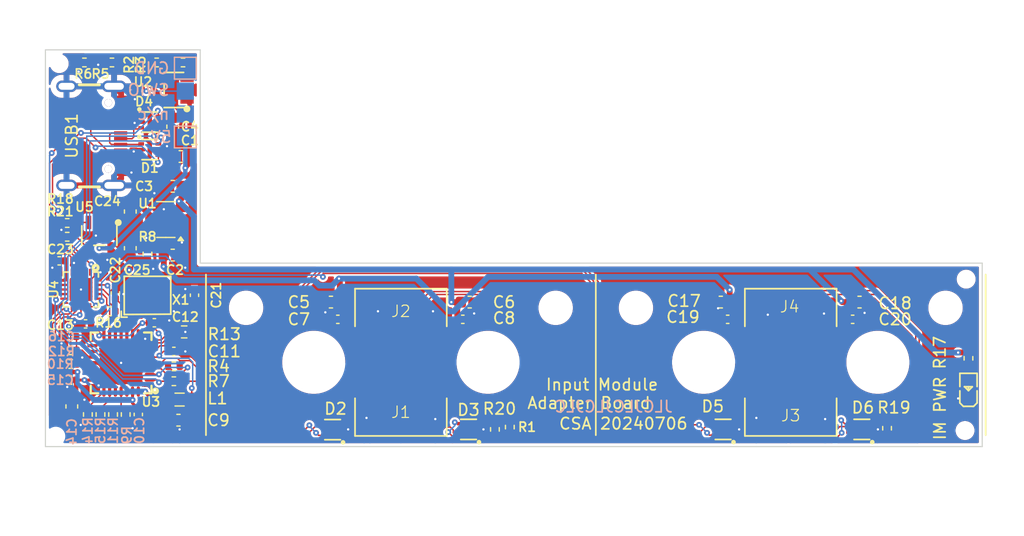
<source format=kicad_pcb>
(kicad_pcb (version 20240108) (generator "pcbnew") (generator_version "8.0")
  (layers (0 "F.Cu" signal) (31 "B.Cu" signal) (34 "B.Paste" user) (35 "F.Paste" user) (36 "B.SilkS" user "B.Silkscreen") (37 "F.SilkS" user "F.Silkscreen") (38 "B.Mask" user) (39 "F.Mask" user) (44 "Edge.Cuts" user))
  (net 0 "")
  (net 1 "+5V")
  (net 2 "GND")
  (net 3 "+3.3V")
  (net 4 "+5VP")
  (net 5 "/USB_D_P")
  (net 6 "/USB_D_N")
  (net 7 "V-UNFUSED")
  (net 9 "/~{SLEEP}")
  (net 11 "/USB_DP1")
  (net 12 "/USB_DM1")
  (net 13 "/CC1")
  (net 14 "Net-(U3-X2)")
  (net 15 "/USB_DP2")
  (net 17 "Net-(U3-X1)")
  (net 18 "/RESET")
  (net 19 "/CC2")
  (net 22 "/BOARD_ID1")
  (net 23 "/BOARD_ID2")
  (net 24 "/RREF")
  (net 26 "+3.3VP")
  (net 27 "/AVDD")
  (net 28 "/OVCURR")
  (net 29 "/USB_DM2")
  (net 30 "Net-(U3-PSELF)")
  (net 33 "/PGANG")
  (net 34 "/PWREN")
  (net 35 "/DPU")
  (net 36 "/USB_DM3")
  (net 37 "Net-(U5-ISET)")
  (net 38 "/SWIO")
  (net 39 "/USB_DP3")
  (net 47 "Net-(J1-Pin_2)")
  (net 48 "Net-(J1-Pin_3)")
  (net 49 "/~{SLEEP1_UNP}")
  (net 50 "/BOARD_ID1_UNP")
  (net 51 "Net-(J3-Pin_2)")
  (net 52 "Net-(J3-Pin_3)")
  (net 53 "/BOARD_ID2_UNP")
  (net 54 "/~{SLEEP2_UNP}")
  (net 55 "/CC2_UNP")
  (net 56 "/CC1_UNP")
  (net 57 "/USB_DP_UNP")
  (net 58 "/USB_DN_UNP")
  (net 59 "Net-(LED1-A)")
  (net 60 "Net-(U2-EN)")
  (net 61 "Net-(U2-ISET)")
  (footprint "MountingHole:MountingHole_2.5mm" (layer "F.Cu") (at 136.5 103.9)
    (property "Reference" "H11" (hide yes))
    (property "Value" "MountingHole")
  )
  (footprint "Inductor_SMD:L_0805_2012Metric" (layer "F.Cu") (at 96.7 111.9 180)
    (property "Reference" "L1")
    (property "Value" "10u")
  )
  (footprint "ExternalMount:JLCPCB Tooling Hole" (layer "F.Cu") (at 86.2 82.6)
    (property "Reference" "H5")
    (property "Value" "Tooling Hole")
  )
  (footprint "ExternalMount:SOT-666-6_L1.6-W1.2-P0.50-LS1.6-BL" (layer "F.Cu") (at 144.1 114.5 90)
    (property "Reference" "D5")
    (property "Value" "USBLC6-2P6_C2827693")
  )
  (footprint "Resistor_SMD:R_0402_1005Metric" (layer "F.Cu") (at 88.4 82.5 180)
    (property "Reference" "R6")
    (property "Value" "5.1k")
  )
  (footprint "Capacitor_SMD:C_0402_1005Metric" (layer "F.Cu") (at 88.5 105.3 180)
    (property "Reference" "C13")
    (property "Value" "100nF")
  )
  (footprint "Capacitor_SMD:C_0402_1005Metric" (layer "F.Cu") (at 93.1 113.2 -90)
    (property "Reference" "C10")
    (property "Value" "100nF")
  )
  (footprint "ExternalMount:Molex_0472861001" (layer "F.Cu") (at 150 108.79 -90)
    (property "Reference" "J3")
    (property "Value" "Molex 0472861001")
  )
  (footprint "Resistor_SMD:R_0402_1005Metric" (layer "F.Cu") (at 87.2 107.6 180)
    (property "Reference" "R12")
    (property "Value" "47k")
  )
  (footprint "Resistor_SMD:R_0402_1005Metric" (layer "F.Cu") (at 88.7 113.2 90)
    (property "Reference" "R14")
    (property "Value" "10k")
  )
  (footprint "Resistor_SMD:R_0402_1005Metric" (layer "F.Cu") (at 158.4 114.4 -90)
    (property "Reference" "R19")
    (property "Value" "100k")
  )
  (footprint "Capacitor_SMD:C_0402_1005Metric" (layer "F.Cu") (at 110.5 104.9 180)
    (property "Reference" "C7")
    (property "Value" "100nF")
  )
  (footprint "Resistor_SMD:R_0402_1005Metric" (layer "F.Cu") (at 92 113.2 90)
    (property "Reference" "R9")
    (property "Value" "10k")
  )
  (footprint "ExternalMount:SOT-666-6_L1.6-W1.2-P0.50-LS1.6-BL" (layer "F.Cu") (at 121.9 114.5 90)
    (property "Reference" "D3")
    (property "Value" "USBLC6-2P6_C2827693")
  )
  (footprint "ExternalMount:JLCPCB Tooling Hole" (layer "F.Cu") (at 85.9 115.1)
    (property "Reference" "H6")
    (property "Value" "Tooling Hole")
  )
  (footprint "ExternalMount:SOT-23-5_L3.0-W1.7-P0.95-LS2.8-BL" (layer "F.Cu") (at 96.2 84.9 90)
    (property "Reference" "U2")
    (property "Value" "SY6280AAC")
  )
  (footprint "Resistor_SMD:R_0402_1005Metric" (layer "F.Cu") (at 87.2 108.8)
    (property "Reference" "R10")
    (property "Value" "10k")
  )
  (footprint "Capacitor_SMD:C_0402_1005Metric" (layer "F.Cu") (at 86.2 99.8 180)
    (property "Reference" "C23")
    (property "Value" "100nF")
  )
  (footprint "ExternalMount:SOT-666-6_L1.6-W1.2-P0.50-LS1.6-BL" (layer "F.Cu") (at 156.2 114.5 90)
    (property "Reference" "D6")
    (property "Value" "USBLC6-2P6_C2827693")
  )
  (footprint "ExternalMount:JLCPCB Tooling Hole" (layer "F.Cu") (at 165.3 101.4)
    (property "Reference" "H7")
    (property "Value" "Tooling Hole")
  )
  (footprint "ExternalMount:SOT-23-5_L3.0-W1.7-P0.95-LS2.8-BL" (layer "F.Cu") (at 89.7 97.6 180)
    (property "Reference" "U5")
    (property "Value" "SY6280AAC")
  )
  (footprint "Package_TO_SOT_SMD:SOT-23-3" (layer "F.Cu") (at 95.5 96.2 180)
    (property "Reference" "U1")
    (property "Value" "XC6206P332MR-G")
  )
  (footprint "ExternalMount:MountingHole_5mm_no_keepout" (layer "F.Cu") (at 123.6 108.65)
    (property "Reference" "H1")
    (property "Value" "MountingHole")
  )
  (footprint "ExternalMount:Molex_0472861001" (layer "F.Cu") (at 150 108.51 90)
    (property "Reference" "J4")
    (property "Value" "Molex 0472861001")
  )
  (footprint "Capacitor_SMD:C_0402_1005Metric" (layer "F.Cu") (at 94.5 105.2)
    (property "Reference" "C12")
    (property "Value" "100nF")
  )
  (footprint "Capacitor_SMD:C_0603_1608Metric" (layer "F.Cu") (at 122 103.4)
    (property "Reference" "C6")
    (property "Value" "10uF")
  )
  (footprint "Capacitor_SMD:C_0402_1005Metric" (layer "F.Cu") (at 98 102.8 -90)
    (property "Reference" "C21")
    (property "Value" "22pF")
  )
  (footprint "MountingHole:MountingHole_2.5mm" (layer "F.Cu") (at 102.5 103.9)
    (property "Reference" "H3" (hide yes))
    (property "Value" "MountingHole")
  )
  (footprint "Capacitor_SMD:C_0603_1608Metric" (layer "F.Cu") (at 96.1 88.1 -90)
    (property "Reference" "C4")
    (property "Value" "10uF")
  )
  (footprint "ExternalMount:JLCPCB Tooling Hole" (layer "F.Cu") (at 165.2 114.6)
    (property "Reference" "H8")
    (property "Value" "Tooling Hole")
  )
  (footprint "Capacitor_SMD:C_0603_1608Metric" (layer "F.Cu") (at 109.9 103.4 180)
    (property "Reference" "C5")
    (property "Value" "10uF")
  )
  (footprint "ExternalMount:USB-C-SMD_TYPE-C16PIN" (layer "F.Cu") (at 89.2 88.9 -90)
    (property "Reference" "USB1")
    (property "Value" "TYPE-C 16PIN 3MD(385)")
  )
  (footprint "Capacitor_SMD:C_0603_1608Metric" (layer "F.Cu") (at 96.1 93.3 180)
    (property "Reference" "C3")
    (property "Value" "10uF")
  )
  (footprint "Resistor_SMD:R_0402_1005Metric" (layer "F.Cu") (at 86.9 96.5)
    (property "Reference" "R18")
    (property "Value" "5.1k")
  )
  (footprint "Resistor_SMD:R_0402_1005Metric" (layer "F.Cu") (at 96.2 109)
    (property "Reference" "R4")
    (property "Value" "0")
  )
  (footprint "ExternalMount:SOT-666-6_L1.6-W1.2-P0.50-LS1.6-BL" (layer "F.Cu") (at 94.1 87.7 -90)
    (property "Reference" "D4")
    (property "Value" "USBLC6-2P6_C2827693")
  )
  (footprint "ExternalMount:MountingHole_5mm_no_keepout" (layer "F.Cu") (at 108.4 108.65)
    (property "Reference" "H2")
    (property "Value" "MountingHole")
  )
  (footprint "Resistor_SMD:R_0402_1005Metric" (layer "F.Cu") (at 96.2 110.3)
    (property "Reference" "R7")
    (property "Value" "0")
  )
  (footprint "Capacitor_SMD:C_0402_1005Metric" (layer "F.Cu") (at 91.1 102.6 90)
    (property "Reference" "C22")
    (property "Value" "22pF")
  )
  (footprint "ExternalMount:SOT-666-6_L1.6-W1.2-P0.50-LS1.6-BL" (layer "F.Cu") (at 110.045 114.5225 90)
    (property "Reference" "D2")
    (property "Value" "USBLC6-2P6_C2827693")
  )
  (footprint "ExternalMount:QFN-20_L3.0-W3.0-P0.40-TL-EP1.7" (layer "F.Cu") (at 88.1 102.3 -90)
    (property "Reference" "U4")
    (property "Value" "CH32V003F4U6")
  )
  (footprint "Capacitor_SMD:C_0603_1608Metric" (layer "F.Cu") (at 143.9 103.4 180)
    (property "Reference" "C17")
    (property "Value" "10uF")
  )
  (footprint "Resistor_SMD:R_0402_1005Metric" (layer "F.Cu") (at 86.9 97.7 180)
    (property "Reference" "R21")
    (property "Value" "100k")
  )
  (footprint "Resistor_SMD:R_0402_1005Metric" (layer "F.Cu") (at 125.5 114.3 -90)
    (property "Reference" "R1")
    (property "Value" "10k")
  )
  (footprint "Resistor_SMD:R_0402_1005Metric" (layer "F.Cu") (at 90.6 104.2)
    (property "Reference" "R16")
    (property "Value" "1.5k 5%")
  )
  (footprint "Capacitor_SMD:C_0603_1608Metric" (layer "F.Cu") (at 96.6 113.7)
    (property "Reference" "C9")
    (property "Value" "10uF")
  )
  (footprint "ExternalMount:MountingHole_5mm_no_keepout" (layer "F.Cu") (at 142.4 108.65)
    (property "Reference" "H10")
    (property "Value" "MountingHole")
  )
  (footprint "MountingHole:MountingHole_2.5mm" (layer "F.Cu") (at 129.5 103.9)
    (property "Reference" "H4" (hide yes))
    (property "Value" "MountingHole")
  )
  (footprint "Capacitor_SMD:C_0402_1005Metric" (layer "F.Cu") (at 87.2 110.2 180)
    (property "Reference" "C15")
    (property "Value" "100nF")
  )
  (footprint "Resistor_SMD:R_0402_1005Metric" (layer "F.Cu") (at 165.5 108.3 -90)
    (property "Reference" "R17")
    (property "Value" "330")
  )
  (footprint "Resistor_SMD:R_0402_1005Metric" (layer "F.Cu") (at 90.9 113.2 -90)
    (property "Reference" "R11")
    (property "Value" "20k")
  )
  (footprint "Capacitor_SMD:C_0402_1005Metric" (layer "F.Cu") (at 96.2 107.7)
    (property "Reference" "C11")
    (property "Value" "100nF")
  )
  (footprint "ExternalMount:QFN-28_L5.0-W5.0-P0.50-BL-EP" (layer "F.Cu") (at 91.6 108.7 90)
    (property "Reference" "U3")
    (property "Value" "GL852G-OHY60_C7501404")
  )
  (footprint "ExternalMount:Molex_0472861001" (layer "F.Cu") (at 116 108.51 90)
    (property "Reference" "J2")
    (property "Value" "Molex 0472861001")
  )
  (footprint "Capacitor_SMD:C_0402_1005Metric" (layer "F.Cu") (at 144.5 104.9 180)
    (property "Reference" "C19")
    (property "Value" "100nF")
  )
  (footprint "ExternalMount:MountingHole_5mm_no_keepout" (layer "F.Cu") (at 157.6 108.65)
    (property "Reference" "H9")
    (property "Value" "MountingHole")
  )
  (footprint "MountingHole:MountingHole_2.5mm" (layer "F.Cu") (at 163.5 103.9)
    (property "Reference" "H12" (hide yes))
    (property "Value" "MountingHole")
  )
  (footprint "Capacitor_SMD:C_0603_1608Metric" (layer "F.Cu") (at 92.4 98.7 90)
    (property "Reference" "C25")
    (property "Value" "10uF")
  )
  (footprint "Capacitor_SMD:C_0402_1005Metric" (layer "F.Cu") (at 121.4 104.9)
    (property "Reference" "C8")
    (property "Value" "100nF")
  )
  (footprint "ExternalMount:LED0603-RD-YELLOW" (layer "F.Cu") (at 165.5 111 90)
    (property "Reference" "LED1")
    (property "Value" "Input Module Power")
  )
  (footprint "Capacitor_SMD:C_0603_1608Metric" (layer "F.Cu") (at 87.3 112.5 -90)
    (property "Reference" "C14")
    (property "Value" "10uF")
  )
  (footprint "Capacitor_SMD:C_0402_1005Metric" (layer "F.Cu") (at 87.2 106.4 180)
    (property "Reference" "C16")
    (property "Value" "100nF")
  )
  (footprint "Resistor_SMD:R_0402_1005Metric" (layer "F.Cu") (at 90.8 82.5 180)
    (property "Reference" "R5")
    (property "Value" "5.1k")
  )
  (footprint "Resistor_SMD:R_0402_1005Metric" (layer "F.Cu") (at 97 82.5 180)
    (property "Reference" "R3")
    (property "Value" "4.7k")
  )
  (footprint "ExternalMount:OSC-SMD_4P-L3.2-W2.5-BL" (layer "F.Cu") (at 93.9 102.8)
    (property "Reference" "X1")
    (property "Value" "12MHz")
  )
  (footprint "Resistor_SMD:R_0603_1608Metric" (layer "F.Cu") (at 97.1 106)
    (property "Reference" "R13")
    (property "Value" "680 1%")
  )
  (footprint "ExternalMount:SOT-666-6_L1.6-W1.2-P0.50-LS1.6-BL" (layer "F.Cu") (at 94.1 90.1 -90)
    (property "Reference" "D1")
    (property "Value" "USBLC6-2P6_C2827693")
  )
  (footprint "Resistor_SMD:R_0402_1005Metric" (layer "F.Cu") (at 89.8 113.2 90)
    (property "Reference" "R15")
    (property "Value" "100k")
  )
  (footprint "Resistor_SMD:R_0402_1005Metric" (layer "F.Cu") (at 124.2 114.5 -90)
    (property "Reference" "R20")
    (property "Value" "100k")
  )
  (footprint "Capacitor_SMD:C_0603_1608Metric" (layer "F.Cu") (at 96.8 90.7 180)
    (property "Reference" "C1")
    (property "Value" "10uF")
  )
  (footprint "ExternalMount:Molex_0472861001" (layer "F.Cu") (at 116 108.79 -90)
    (property "Reference" "J1")
    (property "Value" "Molex 0472861001")
  )
  (footprint "Capacitor_SMD:C_0603_1608Metric" (layer "F.Cu") (at 92.4 95.5 -90)
    (property "Reference" "C24")
    (property "Value" "10uF")
  )
  (footprint "Resistor_SMD:R_0402_1005Metric" (layer "F.Cu") (at 93.9 99.2 90)
    (property "Reference" "R8")
    (property "Value" "0")
  )
  (footprint "Capacitor_SMD:C_0603_1608Metric" (layer "F.Cu") (at 156 103.4)
    (property "Reference" "C18")
    (property "Value" "10uF")
  )
  (footprint "Resistor_SMD:R_0402_1005Metric" (layer "F.Cu") (at 94.7 82.5)
    (property "Reference" "R2")
    (property "Value" "4.7k")
  )
  (footprint "Capacitor_SMD:C_0603_1608Metric" (layer "F.Cu") (at 96.1 99.3)
    (property "Reference" "C2")
    (property "Value" "10uF")
  )
  (footprint "Capacitor_SMD:C_0402_1005Metric" (layer "F.Cu") (at 155.4 104.9)
    (property "Reference" "C20")
    (property "Value" "100nF")
  )
  (footprint "TestPoint:TestPoint_Pad_1.5x1.5mm" (layer "B.Cu") (at 97.2 87 90)
    (property "Reference" "TP2")
    (property "Value" "n/c")
  )
  (footprint "TestPoint:TestPoint_Pad_1.5x1.5mm" (layer "B.Cu") (at 97.2 85 90)
    (property "Reference" "TP3")
    (property "Value" "SWIO")
  )
  (footprint "TestPoint:TestPoint_Pad_1.5x1.5mm" (layer "B.Cu") (at 97.2 89 90)
    (property "Reference" "TP1")
    (property "Value" "5V")
  )
  (footprint "TestPoint:TestPoint_Pad_1.5x1.5mm" (layer "B.Cu") (at 97.2 83 90)
    (property "Reference" "TP4")
    (property "Value" "GND")
  )
  (gr_line (start 99 101) (end 99 115) (stroke (width 0.15)) (layer "F.SilkS"))
  (gr_line (start 167 101) (end 167 115) (stroke (width 0.15)) (layer "F.SilkS"))
  (gr_line (start 133 101) (end 133 115) (stroke (width 0.15)) (layer "F.SilkS"))
  (gr_line (start 98.5 81.4) (end 98.5 100) (stroke (width 0.1)) (layer "Edge.Cuts"))
  (gr_line (start 85 100) (end 85 81.4) (stroke (width 0.1)) (layer "Edge.Cuts"))
  (gr_line (start 166.7 100) (end 166.7 116) (stroke (width 0.1)) (layer "Edge.Cuts"))
  (gr_line (start 98.5 100) (end 166.7 100) (stroke (width 0.1)) (layer "Edge.Cuts"))
  (gr_line (start 85 81.4) (end 98.5 81.4) (stroke (width 0.1)) (layer "Edge.Cuts"))
  (gr_line (start 85 116) (end 85 100) (stroke (width 0.1)) (layer "Edge.Cuts"))
  (gr_line (start 166.7 116) (end 85 116) (stroke (width 0.1)) (layer "Edge.Cuts"))
  (gr_text "JLCJLCJLCJLC" (at 139.8 113.1 -0) (layer "B.SilkS") (effects (font (size 1 1)) (justify left bottom mirror)))
  (gr_text "IM PWR" (at 163.6 109.8 90) (layer "F.SilkS") (effects (font (size 1 1)) (justify right bottom)))
  (gr_text "CSA 20240706" (at 135.4 114 0) (layer "F.SilkS") (effects (font (size 1 1))))
  (gr_text "   Input Module\nAdapter Board" (at 132.4 111.4 0) (layer "F.SilkS") (effects (font (size 1 1))))
  (segment (start 92.11 113.71) (end 93.1 112.72) (width 0.127) (layer "F.Cu") (net 1))
  (segment (start 92.4 100.5) (end 92.3 100.6) (width 0.508) (layer "F.Cu") (net 1))
  (segment (start 92.6 111.2) (end 92.6 112.22) (width 0.254) (layer "F.Cu") (net 1))
  (segment (start 92.635 99.71) (end 92.4 99.475) (width 0.508) (layer "F.Cu") (net 1))
  (segment (start 92 113.71) (end 92.11 113.71) (width 0.127) (layer "F.Cu") (net 1))
  (segment (start 95.325 113.2) (end 95.825 113.7) (width 0.127) (layer "F.Cu") (net 1))
  (segment (start 93.9 99.71) (end 92.635 99.71) (width 0.508) (layer "F.Cu") (net 1))
  (segment (start 86.69 108.81) (end 87.2 108.3) (width 0.127) (layer "F.Cu") (net 1))
  (segment (start 86.69 108.8) (end 86.69 108.81) (width 0.381) (layer "F.Cu") (net 1))
  (segment (start 87.2 108.3) (end 87.2 105.685435) (width 0.127) (layer "F.Cu") (net 1))
  (segment (start 97.575 91.325021) (end 97.200014 91.700007) (width 0.381) (layer "F.Cu") (net 1))
  (segment (start 97.575 86.075) (end 97.575 90.7) (width 0.381) (layer "F.Cu") (net 1))
  (segment (start 90.6 98.7) (end 90.65 98.75) (width 0.381) (layer "F.Cu") (net 1))
  (segment (start 93.58 113.2) (end 95.325 113.2) (width 0.127) (layer "F.Cu") (net 1))
  (segment (start 92.4 99.475) (end 91.375 99.475) (width 0.508) (layer "F.Cu") (net 1))
  (segment (start 87.795957 109.496999) (end 87.386999 109.496999) (width 0.381) (layer "F.Cu") (net 1))
  (segment (start 93.1 112.72) (end 93.58 113.2) (width 0.127) (layer "F.Cu") (net 1))
  (segment (start 97.575 90.7) (end 97.575 91.325021) (width 0.381) (layer "F.Cu") (net 1))
  (segment (start 91.375 99.475) (end 90.65 98.75) (width 0.508) (layer "F.Cu") (net 1))
  (segment (start 87.2 105.685435) (end 87.041 105.526435) (width 0.127) (layer "F.Cu") (net 1))
  (segment (start 89.7 98.7) (end 90.6 98.7) (width 0.381) (layer "F.Cu") (net 1))
  (segment (start 92.4 99.475) (end 92.4 100.5) (width 0.508) (layer "F.Cu") (net 1))
  (segment (start 87.386999 109.496999) (end 86.69 108.8) (width 0.381) (layer "F.Cu") (net 1))
  (segment (start 92.6 112.22) (end 93.1 112.72) (width 0.254) (layer "F.Cu") (net 1))
  (segment (start 97.35 85.85) (end 97.575 86.075) (width 0.381) (layer "F.Cu") (net 1))
  (via (at 87.041 105.526435) (size 0.5) (drill 0.2) (layers "F.Cu" "B.Cu") (net 1))
  (via (at 92.3 100.6) (size 0.5) (drill 0.2) (layers "F.Cu" "B.Cu") (net 1))
  (via (at 92.6 111.9325) (size 0.5) (drill 0.2) (layers "F.Cu" "B.Cu") (net 1))
  (via (at 87.795957 109.496999) (size 0.5) (drill 0.2) (layers "F.Cu" "B.Cu") (net 1))
  (via (at 89.7 98.7) (size 0.5) (drill 0.2) (layers "F.Cu" "B.Cu") (net 1))
  (via (at 97.200014 91.700007) (size 0.5) (drill 0.2) (layers "F.Cu" "B.Cu") (net 1))
  (segment (start 97.2 89) (end 97.2 91.699993) (width 0.381) (layer "B.Cu") (net 1))
  (segment (start 97.2 91.699993) (end 97.200014 91.700007) (width 0.381) (layer "B.Cu") (net 1))
  (segment (start 89.271026 105.8) (end 89.386026 105.685) (width 0.508) (layer "B.Cu") (net 1))
  (segment (start 87.041 105.526435) (end 87.314565 105.8) (width 0.508) (layer "B.Cu") (net 1))
  (segment (start 89.386026 105.685) (end 90.013974 105.685) (width 0.508) (layer "B.Cu") (net 1))
  (segment (start 90.013974 105.685) (end 91.044365 104.654609) (width 0.508) (layer "B.Cu") (net 1))
  (segment (start 89.7 98.7) (end 90.700002 98.7) (width 0.381) (layer "B.Cu") (net 1))
  (segment (start 97.200014 92.199988) (end 97.200014 91.700007) (width 0.381) (layer "B.Cu") (net 1))
  (segment (start 91.044365 104.654609) (end 91.044365 101.855635) (width 0.508) (layer "B.Cu") (net 1))
  (segment (start 87.314565 105.8) (end 89.271026 105.8) (width 0.508) (layer "B.Cu") (net 1))
  (segment (start 87.795957 110.495957) (end 89.2325 111.9325) (width 0.381) (layer "B.Cu") (net 1))
  (segment (start 89.2325 111.9325) (end 89.828705 111.9325) (width 0.508) (layer "B.Cu") (net 1))
  (segment (start 89.828705 111.9325) (end 92.6 111.9325) (width 0.508) (layer "B.Cu") (net 1))
  (segment (start 87.795957 109.496999) (end 87.795957 110.495957) (width 0.381) (layer "B.Cu") (net 1))
  (segment (start 90.700002 98.7) (end 97.200014 92.199988) (width 0.381) (layer "B.Cu") (net 1))
  (segment (start 91.044365 101.855635) (end 92.3 100.6) (width 0.508) (layer "B.Cu") (net 1))
  (segment (start 89.634089 110.66591) (end 89.63409 110.66591) (width 0.127) (layer "F.Cu") (net 2))
  (segment (start 156.775 104.005) (end 155.88 104.9) (width 0.508) (layer "F.Cu") (net 2))
  (segment (start 90.213 97.6) (end 92.075 97.6) (width 0.508) (layer "F.Cu") (net 2))
  (segment (start 86.39 97.1) (end 86.39 97.7) (width 0.508) (layer "F.Cu") (net 2))
  (segment (start 95.325 93.3) (end 95.1 93.3) (width 0.381) (layer "F.Cu") (net 2))
  (segment (start 91.602 85.7) (end 91.602 85.192) (width 0.508) (layer "F.Cu") (net 2))
  (segment (start 85.72 99.8) (end 85.72 100.28) (width 0.127) (layer "F.Cu") (net 2))
  (segment (start 90.9 113.71) (end 90.9 114.2) (width 0.127) (layer "F.Cu") (net 2))
  (segment (start 91.6 108.7) (end 93.6325 110.7325) (width 0.127) (layer "F.Cu") (net 2))
  (segment (start 96.9 99.275) (end 96.875 99.3) (width 0.508) (layer "F.Cu") (net 2))
  (segment (start 86.6 105.344473) (end 86.6 106.28) (width 0.127) (layer "F.Cu") (net 2))
  (segment (start 109.125 103.4) (end 109.125 104.005) (width 0.508) (layer "F.Cu") (net 2))
  (segment (start 93.35 90.1) (end 92.862 90.1) (width 0.254) (layer "F.Cu") (net 2))
  (segment (start 86.39 96.5) (end 86.39 97.1) (width 0.508) (layer "F.Cu") (net 2))
  (segment (start 87.7 100.19703) (end 87.487095 99.984125) (width 0.127) (layer "F.Cu") (net 2))
  (segment (start 96.1 89.8) (end 95.6 89.8) (width 0.381) (layer "F.Cu") (net 2))
  (segment (start 89.8 82.5) (end 89.599985 82.700015) (width 0.508) (layer "F.Cu") (net 2))
  (segment (start 88 97.1) (end 86.39 97.1) (width 0.127) (layer "F.Cu") (net 2))
  (segment (start 96.49 82.5) (end 96.4525 82.5375) (width 0.381) (layer "F.Cu") (net 2))
  (segment (start 86.72 107.57) (end 86.69 107.6) (width 0.508) (layer "F.Cu") (net 2))
  (segment (start 96.1 88.875) (end 96.1 89.8) (width 0.381) (layer "F.Cu") (net 2))
  (segment (start 97.192112 100.4) (end 97.192112 102.254104) (width 0.508) (layer "F.Cu") (net 2))
  (segment (start 91.1 100.417201) (end 91.1 102.12) (width 0.127) (layer "F.Cu") (net 2))
  (segment (start 96.7 114.375) (end 97.375 113.7) (width 0.127) (layer "F.Cu") (net 2))
  (segment (start 156.775 103.4) (end 156.775 104.005) (width 0.508) (layer "F.Cu") (net 2))
  (segment (start 98 103.28) (end 97.52 103.28) (width 0.127) (layer "F.Cu") (net 2))
  (segment (start 88.680038 108.7) (end 89.1 108.7) (width 0.127) (layer "F.Cu") (net 2))
  (segment (start 97.610314 101.659) (end 97.200008 102.069306) (width 0.508) (layer "F.Cu") (net 2))
  (segment (start 96.68 107.7) (end 97.2 107.7) (width 0.127) (layer "F.Cu") (net 2))
  (segment (start 98.9 105.025) (end 97.925 106) (width 0.508) (layer "F.Cu") (net 2))
  (segment (start 91.6 108.7) (end 93.7 106.6) (width 0.127) (layer "F.Cu") (net 2))
  (segment (start 89.634089 110.66591) (end 88.4 111.899999) (width 0.127) (layer "F.Cu") (net 2))
  (segment (start 90.99 93.22) (end 86.84 93.22) (width 0.508) (layer "F.Cu") (net 2))
  (segment (start 95.325 93.3) (end 95.325 95.299988) (width 0.381) (layer "F.Cu") (net 2))
  (segment (start 97.2 99.625) (end 97.2 100.392112) (width 0.508) (layer "F.Cu") (net 2))
  (segment (start 88.4 111.899999) (end 88.4 111.915792) (width 0.127) (layer "F.Cu") (net 2))
  (segment (start 88.211724 108.231686) (end 88.680038 108.7) (width 0.127) (layer "F.Cu") (net 2))
  (segment (start 86.858538 105.085935) (end 86.6 105.344473) (width 0.127) (layer "F.Cu") (net 2))
  (segment (start 86.72 106.4) (end 86.72 107) (width 0.508) (layer "F.Cu") (net 2))
  (segment (start 96.9 97.4125) (end 96.9 99.275) (width 0.508) (layer "F.Cu") (net 2))
  (segment (start 87.89 82.5) (end 87.89 83.29) (width 0.508) (layer "F.Cu") (net 2))
  (segment (start 96.4525 84.6475) (end 96.4525 84.5125) (width 0.381) (layer "F.Cu") (net 2))
  (segment (start 96.875 99.3) (end 97.2 99.625) (width 0.508) (layer "F.Cu") (net 2))
  (segment (start 119 110.04) (end 119 113.6) (width 0.508) (layer "F.Cu") (net 2))
  (segment (start 87.566968 105.160032) (end 87.566968 105.553032) (width 0.127) (layer "F.Cu") (net 2))
  (segment (start 95.6 105.2) (end 95.8 105) (width 0.127) (layer "F.Cu") (net 2))
  (segment (start 92.7 114.4) (end 92.6 114.4) (width 0.127) (layer "F.Cu") (net 2))
  (segment (start 113 110.04) (end 113 111.8) (width 0.508) (layer "F.Cu") (net 2))
  (segment (start 86.42 110.2) (end 86.42 110.32) (width 0.127) (layer "F.Cu") (net 2))
  (segment (start 86.4 107) (end 86.72 107) (width 0.381) (layer "F.Cu") (net 2))
  (segment (start 113 111.8) (end 113 113.5) (width 0.508) (layer "F.Cu") (net 2))
  (segment (start 96.7 114.5) (end 96.7 114.375) (width 0.127) (layer "F.Cu") (net 2))
  (segment (start 87.566968 105.160032) (end 87.492871 105.085935) (width 0.127) (layer "F.Cu") (net 2))
  (segment (start 95.1 93.3) (end 94.5 93.9) (width 0.381) (layer "F.Cu") (net 2))
  (segment (start 92.075 97.6) (end 92.4 97.925) (width 0.508) (layer "F.Cu") (net 2))
  (segment (start 109.125 104.005) (end 110.02 104.9) (width 0.508) (layer "F.Cu") (net 2))
  (segment (start 87.487095 99.725815) (end 87.487095 99.984125) (width 0.127) (layer "F.Cu") (net 2))
  (segment (start 87.880032 105.160032) (end 88.02 105.3) (width 0.254) (layer "F.Cu") (net 2))
  (segment (start 97.52 103.28) (end 95.8 105) (width 0.127) (layer "F.Cu") (net 2))
  (segment (start 92.7 114.4) (end 93.1 114) (width 0.127) (layer "F.Cu") (net 2))
  (segment (start 86.3205 99.1995) (end 86.96078 99.1995) (width 0.127) (layer "F.Cu") (net 2))
  (segment (start 89.63409 110.66591) (end 91.6 108.7) (width 0.127) (layer "F.Cu") (net 2))
  (segment (start 96.4525 84.5125) (end 96.84 84.9) (width 0.381) (layer "F.Cu") (net 2))
  (segment (start 96.025 92.6) (end 95.325 93.3) (width 0.381) (layer "F.Cu") (net 2))
  (segment (start 156.95 114.5) (end 157.6 114.5) (width 0.254) (layer "F.Cu") (net 2))
  (segment (start 147 110.04) (end 147 113.5) (width 0.508) (layer "F.Cu") (net 2))
  (segment (start 85.72 99.8) (end 86.3205 99.1995) (width 0.127) (layer "F.Cu") (net 2))
  (segment (start 144.02 104.9) (end 144.02 104.295) (width 0.508) (layer "F.Cu") (net 2))
  (segment (start 88.077399 114.11166) (end 87.3 113.334261) (width 0.127) (layer "F.Cu") (net 2))
  (segment (start 94.264231 111.061664) (end 94.543836 111.061664) (width 0.127) (layer "F.Cu") (net 2))
  (segment (start 87.89 83.29) (end 87.9 83.3) (width 0.508) (layer "F.Cu") (net 2))
  (segment (start 95 103.68) (end 95.42 104.1) (width 0.127) (layer "F.Cu") (net 2))
  (segment (start 93.935067 110.7325) (end 94.264231 111.061664) (width 0.127) (layer "F.Cu") (net 2))
  (segment (start 89.6 100.8) (end 89.8 100.8) (width 0.127) (layer "F.Cu") (net 2))
  (segment (start 92.4 96.275) (end 92.4 97.925) (width 0.508) (layer "F.Cu") (net 2))
  (segment (start 98.389686 101.659) (end 97.610314 101.659) (width 0.508) (layer "F.Cu") (net 2))
  (segment (start 91.1 102.12) (end 92.6 102.12) (width 0.127) (layer "F.Cu") (net 2))
  (segment (start 92.84891 87.7) (end 93.35 87.7) (width 0.254) (layer "F.Cu") (net 2))
  (segment (start 96.8925 88.0825) (end 96.8925 86.91092) (width 0.381) (layer "F.Cu") (net 2))
  (segment (start 122.775 103.4) (end 122.775 104.005) (width 0.508) (layer "F.Cu") (net 2))
  (segment (start 87.492871 105.085935) (end 86.858538 105.085935) (width 0.127) (layer "F.Cu") (net 2))
  (segment (start 111.3775 114.5225) (end 111.4 114.5) (width 0.254) (layer "F.Cu") (net 2))
  (segment (start 96.842 86.818554) (end 96.1 86.076554) (width 0.381) (layer "F.Cu") (net 2))
  (segment (start 98 103.28) (end 98.88 103.28) (width 0.508) (layer "F.Cu") (net 2))
  (segment (start 91.602 92.608) (end 90.99 93.22) (width 0.508) (layer "F.Cu") (net 2))
  (segment (start 98.9 103.3) (end 98.9 102.169314) (width 0.508) (layer "F.Cu") (net 2))
  (segment (start 96.4525 82.5375) (end 96.4525 84.5125) (width 0.381) (layer "F.Cu") (net 2))
  (segment (start 165.5 111.8) (end 164.6 111.8) (width 0.508) (layer "F.Cu") (net 2))
  (segment (start 86.42 110.32) (end 86.9 110.8) (width 0.127) (layer "F.Cu") (net 2))
  (segment (start 93.1 114) (end 93.1 113.68) (width 0.127) (layer "F.Cu") (net 2))
  (segment (start 92.6 102.12) (end 92.8 101.92) (width 0.127) (layer "F.Cu") (net 2))
  (segment (start 90.213 97.6) (end 89.4 97.6) (width 0.127) (layer "F.Cu") (net 2))
  (segment (start 96.1 90.625) (end 96.025 90.7) (width 0.381) (layer "F.Cu") (net 2))
  (segment (start 97.200008 102.069306) (end 97.200008 102.262) (width 0.508) (layer "F.Cu") (net 2))
  (segment (start 96.8925 86.91092) (end 96.842 86.86042) (width 0.381) (layer "F.Cu") (net 2))
  (segment (start 153 110.04) (end 153 113.6) (width 0.508) (layer "F.Cu") (net 2))
  (segment (start 96.1 88.875) (end 96.8925 88.0825) (width 0.381) (layer "F.Cu") (net 2))
  (segment (start 96.6375 97.15) (end 96.9 97.4125) (width 0.508) (layer "F.Cu") (net 2))
  (segment (start 85.72 100.28) (end 85.6 100.4) (width 0.127) (layer "F.Cu") (net 2))
  (segment (start 91.1 114.4) (end 92.7 114.4) (width 0.127) (layer "F.Cu") (net 2))
  (segment (start 93.6325 110.7325) (end 93.935067 110.7325) (width 0.127) (layer "F.Cu") (net 2))
  (segment (start 91.602 92.1) (end 91.602 92.608) (width 0.508) (layer "F.Cu") (net 2))
  (segment (start 91.602 85.192) (end 90.99 84.58) (width 0.508) (layer "F.Cu") (net 2))
  (segment (start 97.08 104.2) (end 96.2 104.2) (width 0.127) (layer "F.Cu") (net 2))
  (segment (start 97.192112 102.254104) (end 97.200008 102.262) (width 0.508) (layer "F.Cu") (net 2))
  (segment (start 98.9 102.169314) (end 98.389686 101.659) (width 0.508) (layer "F.Cu") (net 2))
  (segment (start 122.775 104.005) (end 121.88 104.9) (width 0.508) (layer "F.Cu") (net 2))
  (segment (start 97.2 106) (end 97.925 106) (width 0.127) (layer "F.Cu") (net 2))
  (segment (start 90.399764 99.716965) (end 91.1 100.417201) (width 0.127) (layer "F.Cu") (net 2))
  (segment (start 98.88 103.28) (end 98.9 103.3) (width 0.508) (layer "F.Cu") (net 2))
  (segment (start 96.025 90.7) (end 96.025 92.6) (width 0.381) (layer "F.Cu") (net 2))
  (segment (start 96.842 86.86042) (end 96.842 86.818554) (width 0.381) (layer "F.Cu") (net 2))
  (segment (start 90.9 114.2) (end 91.1 114.4) (width 0.127) (layer "F.Cu") (net 2))
  (segment (start 90.29 82.5) (end 89.8 82.5) (width 0.508) (layer "F.Cu") (net 2))
  (segment (start 96.1 85) (end 96.4525 84.6475) (width 0.381) (layer "F.Cu") (net 2))
  (segment (start 94.98 105.2) (end 95.6 105.2) (width 0.127) (layer "F.Cu") (net 2))
  (segment (start 87.7 100.8) (end 87.7 100.19703) (width 0.127) (layer "F.Cu") (net 2))
  (segment (start 88 97.1) (end 88.5 97.6) (width 0.127) (layer "F.Cu") (net 2))
  (segment (start 96.1 86.076554) (end 96.1 85) (width 0.381) (layer "F.Cu") (net 2))
  (segment (start 89.7 97.087) (end 90.213 97.6) (width 0.508) (layer "F.Cu") (net 2))
  (segment (start 98.9 103.3) (end 98.9 105.025) (width 0.508) (layer "F.Cu") (net 2))
  (segment (start 96.1 89.8) (end 96.1 90.625) (width 0.381) (layer "F.Cu") (net 2))
  (segment (start 97.2 100.392112) (end 97.192112 100.4) (width 0.508) (layer "F.Cu") (net 2))
  (segment (start 95.42 104.1) (end 96.1 104.1) (width 0.127) (layer "F.Cu") (net 2))
  (segment (start 89.1 108.7) (end 91.6 108.7) (width 0.127) (layer "F.Cu") (net 2))
  (segment (start 144.85 114.5) (end 145.5 114.5) (width 0.254) (layer "F.Cu") (net 2))
  (segment (start 86.96078 99.1995) (end 87.487095 99.725815) (width 0.127) (layer "F.Cu") (net 2))
  (segment (start 89.7 96.45) (end 89.7 97.087) (width 0.508) (layer "F.Cu") (net 2))
  (segment (start 98 103.28) (end 97.08 104.2) (width 0.127) (layer "F.Cu") (net 2))
  (segment (start 144.02 104.295) (end 143.125 103.4) (width 0.508) (layer "F.Cu") (net 2))
  (segment (start 88.1 102.3) (end 89.6 100.8) (width 0.127) (layer "F.Cu") (net 2))
  (segment (start 122.65 114.5) (end 123.2 114.5) (width 0.254) (layer "F.Cu") (net 2))
  (segment (start 87.566968 105.160032) (end 87.880032 105.160032) (width 0.254) (layer "F.Cu") (net 2))
  (segment (start 91.602 85.7) (end 92.8 85.7) (width 0.508) (layer "F.Cu") (net 2))
  (segment (start 96.84 84.9) (end 97.35 84.9) (width 0.381) (layer "F.Cu") (net 2))
  (segment (start 88.5 97.6) (end 89.4 97.6) (width 0.127) (layer "F.Cu") (net 2))
  (segment (start 87.3 113.334261) (end 87.3 113.275) (width 0.127) (layer "F.Cu") (net 2))
  (segment (start 110.795 114.5225) (end 111.3775 114.5225) (width 0.254) (layer "F.Cu") (net 2))
  (segment (start 96.1 104.1) (end 96.2 104.2) (width 0.127) (layer "F.Cu") (net 2))
  (segment (start 86.72 107) (end 86.72 107.57) (width 0.508) (layer "F.Cu") (net 2))
  (segment (start 92.862 90.1) (end 92.69999 90.26201) (width 0.254) (layer "F.Cu") (net 2))
  (segment (start 86.6 106.28) (end 86.72 106.4) (width 0.127) (layer "F.Cu") (net 2))
  (segment (start 91.602 92.1) (end 92.5 92.1) (width 0.508) (layer "F.Cu") (net 2))
  (segment (start 92.776636 87.772274) (end 92.84891 87.7) (width 0.254) (layer "F.Cu") (net 2))
  (via (at 91.802365 102.7025) (size 0.5) (drill 0.2) (layers "F.Cu" "B.Cu") (net 2))
  (via (at 119 113.6) (size 0.5) (drill 0.2) (layers "F.Cu" "B.Cu") (net 2))
  (via (at 86.9 110.8) (size 0.5) (drill 0.2) (layers "F.Cu" "B.Cu") (net 2))
  (via (at 92.776636 87.772274) (size 0.5) (drill 0.2) (layers "F.Cu" "B.Cu") (net 2))
  (via (at 94.5 93.9) (size 0.5) (drill 0.2) (layers "F.Cu" "B.Cu") (net 2))
  (via (at 87.566968 105.160032) (size 0.5) (drill 0.2) (layers "F.Cu" "B.Cu") (net 2))
  (via (at 148 104.5) (size 0.5) (drill 0.2) (layers "F.Cu" "B.Cu") (net 2))
  (via (at 87.487095 99.984125) (size 0.5) (drill 0.2) (layers "F.Cu" "B.Cu") (net 2))
  (via (at 87.9 83.3) (size 0.5) (drill 0.2) (layers "F.Cu" "B.Cu") (net 2))
  (via (at 94.4 100.5) (size 0.5) (drill 0.2) (layers "F.Cu" "B.Cu") (net 2))
  (via (at 88.1 102.3) (size 0.5) (drill 0.2) (layers "F.Cu" "B.Cu") (net 2))
  (via (at 97.192112 100.4) (size 0.5) (drill 0.2) (layers "F.Cu" "B.Cu") (net 2))
  (via (at 152.9 104.4) (size 0.5) (drill 0.2) (layers "F.Cu" "B.Cu") (net 2))
  (via (at 86.39 97.1) (size 0.5) (drill 0.2) (layers "F.Cu" "B.Cu") (net 2))
  (via (at 164.6 111.8) (size 0.5) (drill 0.2) (layers "F.Cu" "B.Cu") (net 2))
  (via (at 109.41 104.29) (size 0.5) (drill 0.2) (layers "F.Cu" "B.Cu") (net 2))
  (via (at 92.6 114.4) (size 0.5) (drill 0.2) (layers "F.Cu" "B.Cu") (net 2))
  (via (at 89.599985 82.700015) (size 0.5) (drill 0.2) (layers "F.Cu" "B.Cu") (net 2))
  (via (at 94.543836 111.061664) (size 0.5) (drill 0.2) (layers "F.Cu" "B.Cu") (net 2))
  (via (at 97.2 107.7) (size 0.5) (drill 0.2) (layers "F.Cu" "B.Cu") (net 2))
  (via (at 90.399764 99.716965) (size 0.5) (drill 0.2) (layers "F.Cu" "B.Cu") (net 2))
  (via (at 96.7 114.5) (size 0.5) (drill 0.2) (layers "F.Cu" "B.Cu") (net 2))
  (via (at 93.8 97.8) (size 0.5) (drill 0.2) (layers "F.Cu" "B.Cu") (net 2))
  (via (at 147 113.5) (size 0.5) (drill 0.2) (layers "F.Cu" "B.Cu") (net 2))
  (via (at 95.325 95.299988) (size 0.5) (drill 0.2) (layers "F.Cu" "B.Cu") (net 2))
  (via (at 118.8 104.2) (size 0.5) (drill 0.2) (layers "F.Cu" "B.Cu") (net 2))
  (via (at 95.6 89.8) (size 0.5) (drill 0.2) (layers "F.Cu" "B.Cu") (net 2))
  (via (at 89.8 100.8) (size 0.5) (drill 0.2) (layers "F.Cu" "B.Cu") (net 2))
  (via (at 97.200008 102.262) (size 0.5) (drill 0.2) (layers "F.Cu" "B.Cu") (net 2))
  (via (at 86.4 107) (size 0.5) (drill 0.2) (layers "F.Cu" "B.Cu") (net 2))
  (via (at 111.4 114.5) (size 0.5) (drill 0.2) (layers "F.Cu" "B.Cu") (net 2))
  (via (at 88.077399 114.11166) (size 0.5) (drill 0.2) (layers "F.Cu" "B.Cu") (net 2))
  (via (at 143.6625 103.9375) (size 0.5) (drill 0.2) (layers "F.Cu" "B.Cu") (net 2))
  (via (at 93.7 106.6) (size 0.5) (drill 0.2) (layers "F.Cu" "B.Cu") (net 2))
  (via (at 88.4 111.915792) (size 0.5) (drill 0.2) (layers "F.Cu" "B.Cu") (net 2))
  (via (at 96.9 98.2) (size 0.5) (drill 0.2) (layers "F.Cu" "B.Cu") (net 2))
  (via (at 122.39 104.39) (size 0.5) (drill 0.2) (layers "F.Cu" "B.Cu") (net 2))
  (via (at 91.6 108.7) (size 0.5) (drill 0.2) (layers "F.Cu" "B.Cu") (net 2))
  (via (at 156.44 104.34) (size 0.5) (drill 0.2) (layers "F.Cu" "B.Cu") (net 2))
  (via (at 97.2 106) (size 0.5) (drill 0.2) (layers "F.Cu" "B.Cu") (net 2))
  (via (at 92.5 92.1) (size 0.5) (drill 0.2) (layers "F.Cu" "B.Cu") (net 2))
  (via (at 89.634089 110.66591) (size 0.5) (drill 0.2) (layers "F.Cu" "B.Cu") (net 2))
  (via (at 92.69999 90.26201) (size 0.5) (drill 0.2) (layers "F.Cu" "B.Cu") (net 2))
  (via (at 153 113.6) (size 0.5) (drill 0.2) (layers "F.Cu" "B.Cu") (net 2))
  (via (at 145.5 114.5) (size 0.5) (drill 0.2) (layers "F.Cu" "B.Cu") (net 2))
  (via (at 89.4 97.6) (size 0.5) (drill 0.2) (layers "F.Cu" "B.Cu") (net 2))
  (via (at 92.8 85.7) (size 0.5) (drill 0.2) (layers "F.Cu" "B.Cu") (net 2))
  (via (at 96.2 104.2) (size 0.5) (drill 0.2) (layers "F.Cu" "B.Cu") (net 2))
  (via (at 85.6 100.4) (size 0.5) (drill 0.2) (layers "F.Cu" "B.Cu") (net 2))
  (via (at 157.6 114.5) (size 0.5) (drill 0.2) (layers "F.Cu" "B.Cu") (net 2))
  (via (at 95.8 105) (size 0.5) (drill 0.2) (layers "F.Cu" "B.Cu") (net 2))
  (via (at 88.211724 108.231686) (size 0.5) (drill 0.2) (layers "F.Cu" "B.Cu") (net 2))
  (via (at 113 113.5) (size 0.5) (drill 0.2) (layers "F.Cu" "B.Cu") (net 2))
  (via (at 123.2 114.5) (size 0.5) (drill 0.2) (layers "F.Cu" "B.Cu") (net 2))
  (via (at 114 104.2) (size 0.5) (drill 0.2) (layers "F.Cu" "B.Cu") (net 2))
  (segment (start 89.411739 115.446) (end 91.8 115.446) (width 0.508) (layer "B.Cu") (net 2))
  (segment (start 86.8 93.26) (end 86.84 93.22) (width 0.508) (layer "B.Cu") (net 2))
  (segment (start 85.6 99.8) (end 86.8 98.6) (width 0.508) (layer "B.Cu") (net 2))
  (segment (start 96 99) (end 97.192112 100.192112) (width 0.508) (layer "B.Cu") (net 2))
  (segment (start 89.611481 100.088519) (end 89.122962 99.6) (width 0.127) (layer "B.Cu") (net 2))
  (segment (start 88.5 102.7) (end 88.1 102.3) (width 0.127) (layer "B.Cu") (net 2))
  (segment (start 89.122962 99.6) (end 87.87122 99.6) (width 0.127) (layer "B.Cu") (net 2))
  (segment (start 164.3 112.2) (end 161.054 115.446) (width 0.508) (layer "B.Cu") (net 2))
  (segment (start 96.2 102.7) (end 96.2 104.2) (width 0.508) (layer "B.Cu") (net 2))
  (segment (start 89.8 100.8) (end 89.8 100.277038) (width 0.127) (layer "B.Cu") (net 2))
  (segment (start 112.8 113.7) (end 112.8 115.446) (width 0.508) (layer "B.Cu") (net 2))
  (segment (start 95.6 91.4) (end 95.6 89.8) (width 0.508) (layer "B.Cu") (net 2))
  (segment (start 88.211724 108.311724) (end 89.634089 109.734089) (width 0.127) (layer "B.Cu") (net 2))
  (segment (start 149.97403 115.446) (end 149.8 115.27197) (width 0.508) (layer "B.Cu") (net 2))
  (segment (start 85.482498 100.517502) (end 85.482498 106.082498) (width 0.127) (layer "B.Cu") (net 2))
  (segment (start 92.8 85.7) (end 95.3 85.7) (width 0.508) (layer "B.Cu") (net 2))
  (segment (start 89.634089 109.734089) (end 89.634089 110.66591) (width 0.127) (layer "B.Cu") (net 2))
  (segment (start 87.9 83.3) (end 89 83.3) (width 0.508) (layer "B.Cu") (net 2))
  (segment (start 161.054 115.446) (end 157.554 115.446) (width 0.508) (layer "B.Cu") (net 2))
  (segment (start 157.6 114.5) (end 157.6 115.4) (width 0.254) (layer "B.Cu") (net 2))
  (segment (start 85.6 108.2) (end 85.6 107) (width 0.508) (layer "B.Cu") (net 2))
  (segment (start 153.046 115.446) (end 157.554 115.446) (width 0.508) (layer "B.Cu") (net 2))
  (segment (start 86.8 97.51) (end 86.39 97.1) (width 0.508) (layer "B.Cu") (net 2))
  (segment (start 96.7 115.446) (end 96.7 114.5) (width 0.508) (layer "B.Cu") (net 2))
  (segment (start 85.631686 108.231686) (end 85.6 108.2) (width 0.127) (layer "B.Cu") (net 2))
  (segment (start 92.8 87.74891) (end 92.8 85.7) (width 0.508) (layer "B.Cu") (net 2))
  (segment (start 149.62597 115.446) (end 149.8 115.27197) (width 0.508) (layer "B.Cu") (net 2))
  (segment (start 89 83.3) (end 89 84.58) (width 0.508) (layer "B.Cu") (net 2))
  (segment (start 96.2 102.7) (end 96.638 102.262) (width 0.508) (layer "B.Cu") (net 2))
  (segment (start 95.7 104.9) (end 95.8 105) (width 0.127) (layer "B.Cu") (net 2))
  (segment (start 109.41 104.29) (end 113 107.88) (width 0.508) (layer "B.Cu") (net 2))
  (segment (start 94.8 97.8) (end 96 99) (width 0.508) (layer "B.Cu") (net 2))
  (segment (start 89 84.58) (end 86.84 84.58) (width 0.508) (layer "B.Cu") (net 2))
  (segment (start 92.776636 87.772274) (end 92.8 87.74891) (width 0.508) (layer "B.Cu") (net 2))
  (segment (start 94.7025 102.7025) (end 94.705 102.7) (width 0.508) (layer "B.Cu") (net 2))
  (segment (start 96.1 115.446) (end 94.4 115.446) (width 0.508) (layer "B.Cu") (net 2))
  (segment (start 88.211724 108.231686) (end 88.211724 108.311724) (width 0.127) (layer "B.Cu") (net 2))
  (segment (start 97.2 107.7) (end 97.2 106) (width 0.127) (layer "B.Cu") (net 2))
  (segment (start 85.6 100.4) (end 85.482498 100.517502) (width 0.127) (layer "B.Cu") (net 2))
  (segment (start 94.43798 92) (end 95 92) (width 0.508) (layer "B.Cu") (net 2))
  (segment (start 111.4 115.446) (end 96.7 115.446) (width 0.508) (layer "B.Cu") (net 2))
  (segment (start 86.84 96.65) (end 86.39 97.1) (width 0.508) (layer "B.Cu") (net 2))
  (segment (start 94.4 111.2055) (end 94.543836 111.061664) (width 0.127) (layer "B.Cu") (net 2))
  (segment (start 94.4 115.446) (end 94.4 111.2055) (width 0.127) (layer "B.Cu") (net 2))
  (segment (start 92.5 90.462) (end 92.69999 90.26201) (width 0.508) (layer "B.Cu") (net 2))
  (segment (start 89.983035 99.716965) (end 90.399764 99.716965) (width 0.127) (layer "B.Cu") (net 2))
  (segment (start 88.077399 114.11166) (end 89.411739 115.446) (width 0.508) (layer "B.Cu") (net 2))
  (segment (start 90.4 83) (end 97.2 83) (width 0.508) (layer "B.Cu") (net 2))
  (segment (start 147 107.275) (end 147 113.5) (width 0.508) (layer "B.Cu") (net 2))
  (segment (start 86.84 84.58) (end 86.84 93.22) (width 0.508) (layer "B.Cu") (net 2))
  (segment (start 145.5 115.446) (end 147 115.446) (width 0.508) (layer "B.Cu") (net 2))
  (segment (start 97.192112 100.192112) (end 97.192112 100.4) (width 0.508) (layer "B.Cu") (net 2))
  (segment (start 119 107.78) (end 122.39 104.39) (width 0.508) (layer "B.Cu") (net 2))
  (segment (start 96.1 99) (end 96.9 98.2) (width 0.508) (layer "B.Cu") (net 2))
  (segment (start 94.4 102.7025) (end 94.4 100.5) (width 0.508) (layer "B.Cu") (net 2))
  (segment (start 94.4 102.7025) (end 91.802365 102.7025) (width 0.508) (layer "B.Cu") (net 2))
  (segment (start 153 115.4) (end 153.046 115.446) (width 0.508) (layer "B.Cu") (net 2))
  (segment (start 86.84 93.22) (end 86.84 96.65) (width 0.508) (layer "B.Cu") (net 2))
  (segment (start 116 115.446) (end 113.3 115.446) (width 0.508) (layer "B.Cu") (net 2))
  (segment (start 113.3 115.4) (end 113.3 115.446) (width 0.508) (layer "B.Cu") (net 2))
  (segment (start 85.6 107) (end 86.4 107) (width 0.508) (layer "B.Cu") (net 2))
  (segment (start 89.4 97.6) (end 89.4 98.07122) (width 0.127) (layer "B.Cu") (net 2))
  (segment (start 85.6 100.4) (end 85.6 99.8) (width 0.508) (layer "B.Cu") (net 2))
  (segment (start 94.7025 102.7025) (end 94.4 102.7025) (width 0.508) (layer "B.Cu") (net 2))
  (segment (start 153 107.78) (end 156.44 104.34) (width 0.508) (layer "B.Cu") (net 2))
  (segment (start 95.8 86.2) (end 95.8 89.6) (width 0.508) (layer "B.Cu") (net 2))
  (segment (start 95.3 85.7) (end 95.8 86.2) (width 0.508) (layer "B.Cu") (net 2))
  (segment (start 93.7 106.6) (end 95.3 105) (width 0.127) (layer "B.Cu") (net 2))
  (segment (start 85.482498 106.082498) (end 86.4 107) (width 0.127) (layer "B.Cu") (net 2))
  (segment (start 94.705 102.7) (end 96.2 102.7) (width 0.508) (layer "B.Cu") (net 2))
  (segment (start 92.5 92.1) (end 92.5 90.462) (width 0.508) (layer "B.Cu") (net 2))
  (segment (start 123.2 115.446) (end 145.5 115.446) (width 0.508) (layer "B.Cu") (net 2))
  (segment (start 116 115.446) (end 119 115.446) (width 0.508) (layer "B.Cu") (net 2))
  (segment (start 91.8 115.446) (end 91.8 115.2) (width 0.508) (layer "B.Cu") (net 2))
  (segment (start 89.4 98.07122) (end 87.487095 99.984125) (width 0.127) (layer "B.Cu") (net 2))
  (segment (start 164.3 112.1) (end 164.3 112.2) (width 0.508) (layer "B.Cu") (net 2))
  (segment (start 94.4 115.446) (end 91.8 115.446) (width 0.508) (layer "B.Cu") (net 2))
  (segment (start 95.8 89.6) (end 95.6 89.8) (width 0.508) (layer "B.Cu") (net 2))
  (segment (start 143.6625 103.9375) (end 147 107.275) (width 0.508) (layer "B.Cu") (net 2))
  (segment (start 153 113.6) (end 153 115.4) (width 0.508) (layer "B.Cu") (net 2))
  (segment (start 153 115.4) (end 152.954 115.446) (width 0.508) (layer "B.Cu") (net 2))
  (segment (start 164.6 111.8) (end 164.3 112.1) (width 0.508) (layer "B.Cu") (net 2))
  (segment (start 119 113.6) (end 119 115.446) (width 0.508) (layer "B.Cu") (net 2))
  (segment (start 90.100015 82.700015) (end 90.4 83) (width 0.508) (layer "B.Cu") (net 2))
  (segment (start 95.3 105) (end 95.8 105) (width 0.127) (layer "B.Cu") (net 2))
  (segment (start 152.954 115.446) (end 149.97403 115.446) (width 0.508) (layer "B.Cu") (net 2))
  (segment (start 91.8 115.2) (end 92.6 114.4) (width 0.508) (layer "B.Cu") (net 2))
  (segment (start 119 115.446) (end 123.2 115.446) (width 0.508) (layer "B.Cu") (net 2))
  (segment (start 123.2 114.5) (end 123.2 115.446) (width 0.254) (layer "B.Cu") (net 2))
  (segment (start 157.554 115.446) (end 157.6 115.4) (width 0.508) (layer "B.Cu") (net 2))
  (segment (start 113 113.5) (end 112.8 113.7) (width 0.508) (layer "B.Cu") (net 2))
  (segment (start 89.611481 100.088519) (end 89.983035 99.716965) (width 0.127) (layer "B.Cu") (net 2))
  (segment (start 96.7 114.5) (end 96.6 114.4) (width 0.127) (layer "B.Cu") (net 2))
  (segment (start 87.87122 99.6) (end 87.487095 99.984125) (width 0.127) (layer "B.Cu") (net 2))
  (segment (start 96 99) (end 96.1 99) (width 0.508) (layer "B.Cu") (net 2))
  (segment (start 95.7 104.5) (end 95.7 104.9) (width 0.127) (layer "B.Cu") (net 2))
  (segment (start 96.638 102.262) (end 97.200008 102.262) (width 0.508) (layer "B.Cu") (net 2))
  (segment (start 88.077399 114.11166) (end 88.01166 114.11166) (width 0.508) (layer "B.Cu") (net 2))
  (segment (start 88.01166 114.11166) (end 85.6 111.7) (width 0.508) (layer "B.Cu") (net 2))
  (segment (start 111.4 114.5) (end 111.4 115.446) (width 0.254) (layer "B.Cu") (net 2))
  (segment (start 89 83.3) (end 89.599985 82.700015) (width 0.508) (layer "B.Cu") (net 2))
  (segment (start 145.5 114.5) (end 145.5 115.446) (width 0.254) (layer "B.Cu") (net 2))
  (segment (start 147 115.446) (end 149.62597 115.446) (width 0.508) (layer "B.Cu") (net 2))
  (segment (start 97.2 106) (end 95.7 104.5) (width 0.127) (layer "B.Cu") (net 2))
  (segment (start 89.8 100.277038) (end 89.611481 100.088519) (width 0.127) (layer "B.Cu") (net 2))
  (segment (start 95 92) (end 95.6 91.4) (width 0.508) (layer "B.Cu") (net 2))
  (segment (start 86.8 98.6) (end 86.8 97.51) (width 0.508) (layer "B.Cu") (net 2))
  (segment (start 96.9 98.2) (end 96.9 96.874988) (width 0.381) (layer "B.Cu") (net 2))
  (segment (start 93.8 97.8) (end 94.8 97.8) (width 0.508) (layer "B.Cu") (net 2))
  (segment (start 113.3 115.446) (end 112.8 115.446) (width 0.508) (layer "B.Cu") (net 2))
  (segment (start 89.599985 82.700015) (end 90.100015 82.700015) (width 0.508) (layer "B.Cu") (net 2))
  (segment (start 92.8 85.7) (end 91.68 84.58) (width 0.508) (layer "B.Cu") (net 2))
  (segment (start 92.69999 90.26201) (end 94.43798 92) (width 0.508) (layer "B.Cu") (net 2))
  (segment (start 88.5 104.9) (end 88.5 102.7) (width 0.127) (layer "B.Cu") (net 2))
  (segment (start 119 113.6) (end 119 107.78) (width 0.508) (layer "B.Cu") (net 2))
  (segment (start 85.6 110.8) (end 85.6 108.2) (width 0.508) (layer "B.Cu") (net 2))
  (segment (start 96.7 115.446) (end 96.1 115.446) (width 0.508) (layer "B.Cu") (net 2))
  (segment (start 90.99 84.58) (end 89 84.58) (width 0.508) (layer "B.Cu") (net 2))
  (segment (start 153 113.6) (end 153 107.78) (width 0.508) (layer "B.Cu") (net 2))
  (segment (start 91.68 84.58) (end 90.99 84.58) (width 0.508) (layer "B.Cu") (net 2))
  (segment (start 112.8 115.446) (end 111.4 115.446) (width 0.508) (layer "B.Cu") (net 2))
  (segment (start 147 113.5) (end 147 115.446) (width 0.508) (layer "B.Cu") (net 2))
  (segment (start 113 107.88) (end 113 113.5) (width 0.508) (layer "B.Cu") (net 2))
  (segment (start 88.239968 105.160032) (end 88.5 104.9) (width 0.127) (layer "B.Cu") (net 2))
  (segment (start 88.211724 108.231686) (end 85.631686 108.231686) (width 0.127) (layer "B.Cu") (net 2))
  (segment (start 96.9 96.874988) (end 95.325 95.299988) (width 0.381) (layer "B.Cu") (net 2))
  (segment (start 87.566968 105.160032) (end 88.239968 105.160032) (width 0.127) (layer "B.Cu") (net 2))
  (segment (start 85.6 111.7) (end 85.6 110.8) (width 0.508) (layer "B.Cu") (net 2))
  (segment (start 86.9 110.8) (end 85.6 110.8) (width 0.127) (layer "B.Cu") (net 2))
  (segment (start 86.8 99.92) (end 86.68 99.8) (width 0.254) (layer "F.Cu") (net 3))
  (segment (start 95.6375 111.9) (end 94.4 111.9) (width 0.381) (layer "F.Cu") (net 3))
  (segment (start 87.3 111.725) (end 87.68 111.345) (width 0.381) (layer "F.Cu") (net 3))
  (segment (start 88 112.816358) (end 88 112.425) (width 0.254) (layer "F.Cu") (net 3))
  (segment (start 86.8 101.3) (end 86.8 99.92) (width 0.254) (layer "F.Cu") (net 3))
  (segment (start 87.68 110.2) (end 88.4 110.2) (width 0.254) (layer "F.Cu") (net 3))
  (segment (start 86.000002 101.5) (end 86.000001 101.499999) (width 0.254) (layer "F.Cu") (net 3))
  (segment (start 86.6 101.5) (end 86.8 101.3) (width 0.254) (layer "F.Cu") (net 3))
  (segment (start 85.9 103.177002) (end 85.9 101.6) (width 0.381) (layer "F.Cu") (net 3))
  (segment (start 93.1 111.2) (end 93.7 111.2) (width 0.127) (layer "F.Cu") (net 3))
  (segment (start 87.68 111.345) (end 87.68 110.2) (width 0.381) (layer "F.Cu") (net 3))
  (segment (start 93.1 111.2) (end 93.1 111.23) (width 0.127) (layer "F.Cu") (net 3))
  (segment (start 88.4 110.2) (end 89.1 110.2) (width 0.254) (layer "F.Cu") (net 3))
  (segment (start 94.4 111.9) (end 93.7 111.2) (width 0.381) (layer "F.Cu") (net 3))
  (segment (start 88 112.425) (end 87.3 111.725) (width 0.254) (layer "F.Cu") (net 3))
  (segment (start 88.4 110.2) (end 88.4 110.199986) (width 0.254) (layer "F.Cu") (net 3))
  (segment (start 85.9 101.6) (end 86.000001 101.499999) (width 0.381) (layer "F.Cu") (net 3))
  (segment (start 85.922998 103.2) (end 85.9 103.177002) (width 0.381) (layer "F.Cu") (net 3))
  (segment (start 89.8 113.71) (end 88.7 113.71) (width 0.254) (layer "F.Cu") (net 3))
  (segment (start 88.029 113.039) (end 88.029 112.845358) (width 0.254) (layer "F.Cu") (net 3))
  (segment (start 88.029 112.845358) (end 88 112.816358) (width 0.254) (layer "F.Cu") (net 3))
  (segment (start 88.7 113.71) (end 88.029 113.039) (width 0.254) (layer "F.Cu") (net 3))
  (segment (start 86.6 101.5) (end 86.000002 101.5) (width 0.254) (layer "F.Cu") (net 3))
  (via (at 93.7 111.2) (size 0.5) (drill 0.2) (layers "F.Cu" "B.Cu") (net 3))
  (via (at 88.4 110.199986) (size 0.5) (drill 0.2) (layers "F.Cu" "B.Cu") (net 3))
  (via (at 85.922998 103.2) (size 0.5) (drill 0.2) (layers "F.Cu" "B.Cu") (net 3))
  (segment (start 85.846 103.276998) (end 85.846 105.70521) (width 0.127) (layer "B.Cu") (net 3))
  (segment (start 88.1 107) (end 87.9 107) (width 0.254) (layer "B.Cu") (net 3))
  (segment (start 85.922998 103.2) (end 85.846 103.276998) (width 0.127) (layer "B.Cu") (net 3))
  (segment (start 89.428618 111.2) (end 88.428604 110.199986) (width 0.254) (layer "B.Cu") (net 3))
  (segment (start 89.528618 111.3) (end 89.428618 111.2) (width 0.254) (layer "B.Cu") (net 3))
  (segment (start 92.3 111.2) (end 92.2 111.3) (width 0.381) (layer "B.Cu") (net 3))
  (segment (start 92.3 111.2) (end 88.1 107) (width 0.381) (layer "B.Cu") (net 3))
  (segment (start 92.2 111.3) (end 89.528618 111.3) (width 0.381) (layer "B.Cu") (net 3))
  (segment (start 93.7 111.2) (end 92.3 111.2) (width 0.508) (layer "B.Cu") (net 3))
  (segment (start 85.846 105.70521) (end 87.14079 107) (width 0.127) (layer "B.Cu") (net 3))
  (segment (start 88.428604 110.199986) (end 88.4 110.199986) (width 0.254) (layer "B.Cu") (net 3))
  (segment (start 87.14079 107) (end 87.9 107) (width 0.254) (layer "B.Cu") (net 3))
  (segment (start 144.675 102.325) (end 144.675002 102.324998) (width 0.508) (layer "F.Cu") (net 4))
  (segment (start 110.98 103.705) (end 110.675 103.4) (width 0.508) (layer "F.Cu") (net 4))
  (segment (start 144.98 104.9) (end 144.98 103.705) (width 0.508) (layer "F.Cu") (net 4))
  (segment (start 144.98 103.705) (end 144.675 103.4) (width 0.508) (layer "F.Cu") (net 4))
  (segment (start 147 106.92) (end 144.98 104.9) (width 0.508) (layer "F.Cu") (net 4))
  (segment (start 94.3625 96.2) (end 94.3625 96.0625) (width 0.508) (layer "F.Cu") (net 4))
  (segment (start 144.675 103.4) (end 144.675 102.325) (width 0.508) (layer "F.Cu") (net 4))
  (segment (start 111.4 109.26782) (end 111.4 112.4) (width 0.508) (layer "F.Cu") (net 4))
  (segment (start 143.35 114.5) (end 144.1 114.5) (width 0.254) (layer "F.Cu") (net 4))
  (segment (start 90.65 96.45) (end 90.65 95.95) (width 0.508) (layer "F.Cu") (net 4))
  (segment (start 110.98 104.9) (end 110.98 103.705) (width 0.508) (layer "F.Cu") (net 4))
  (segment (start 111.4 112.4) (end 110.1 113.7) (width 0.508) (layer "F.Cu") (net 4))
  (segment (start 93.025 94.725) (end 92.4 94.725) (width 0.508) (layer "F.Cu") (net 4))
  (segment (start 109.295 114.5225) (end 109.9035 114.5225) (width 0.254) (layer "F.Cu") (net 4))
  (segment (start 94.3625 96.0625) (end 93.025 94.725) (width 0.508) (layer "F.Cu") (net 4))
  (segment (start 95.3 99.275) (end 95.325 99.3) (width 0.508) (layer "F.Cu") (net 4))
  (segment (start 147 107.26) (end 145.408 108.852) (width 0.508) (layer "F.Cu") (net 4))
  (segment (start 113 106.92) (end 110.98 104.9) (width 0.508) (layer "F.Cu") (net 4))
  (segment (start 95.325 99.3) (end 95.325 100.275) (width 0.508) (layer "F.Cu") (net 4))
  (segment (start 144.1 113.35) (end 144.1 114.5) (width 0.508) (layer "F.Cu") (net 4))
  (segment (start 113 107.66782) (end 111.4 109.26782) (width 0.508) (layer "F.Cu") (net 4))
  (segment (start 95.3 97.1375) (end 95.3 98.8) (width 0.508) (layer "F.Cu") (net 4))
  (segment (start 95.19 98.69) (end 95.3 98.8) (width 0.508) (layer "F.Cu") (net 4))
  (segment (start 95.3 98.8) (end 95.3 99.275) (width 0.508) (layer "F.Cu") (net 4))
  (segment (start 110.1 114.326) (end 109.926 114.5) (width 0.508) (layer "F.Cu") (net 4))
  (segment (start 94.3625 96.2) (end 95.3 97.1375) (width 0.508) (layer "F.Cu") (net 4))
  (segment (start 113 107.26) (end 113 106.92) (width 0.508) (layer "F.Cu") (net 4))
  (segment (start 90.65 95.95) (end 91.875 94.725) (width 0.508) (layer "F.Cu") (net 4))
  (segment (start 110.1 113.7) (end 110.1 114.326) (width 0.508) (layer "F.Cu") (net 4))
  (segment (start 110.675 101.424994) (end 110.600006 101.35) (width 0.508) (layer "F.Cu") (net 4))
  (segment (start 110.675 103.4) (end 110.675 101.424994) (width 0.508) (layer "F.Cu") (net 4))
  (segment (start 145.408 108.852) (end 145.408 112.042) (width 0.508) (layer "F.Cu") (net 4))
  (segment (start 93.9 98.69) (end 95.19 98.69) (width 0.508) (layer "F.Cu") (net 4))
  (segment (start 95.325 100.275) (end 95.3 100.3) (width 0.508) (layer "F.Cu") (net 4))
  (segment (start 109.9035 114.5225) (end 109.926 114.5) (width 0.254) (layer "F.Cu") (net 4))
  (segment (start 91.875 94.725) (end 92.4 94.725) (width 0.508) (layer "F.Cu") (net 4))
  (segment (start 147 107.26) (end 147 106.92) (width 0.508) (layer "F.Cu") (net 4))
  (segment (start 113 107.26) (end 113 107.66782) (width 0.508) (layer "F.Cu") (net 4))
  (segment (start 145.408 112.042) (end 144.1 113.35) (width 0.508) (layer "F.Cu") (net 4))
  (via (at 144.675002 102.324998) (size 0.5) (drill 0.2) (layers "F.Cu" "B.Cu") (net 4))
  (via (at 95.3 100.3) (size 0.5) (drill 0.2) (layers "F.Cu" "B.Cu") (net 4))
  (via (at 110.600006 101.35) (size 0.5) (drill 0.2) (layers "F.Cu" "B.Cu") (net 4))
  (segment (start 123.6 101.2) (end 120.6 104.2) (width 0.508) (layer "B.Cu") (net 4))
  (segment (start 120.6 104.2) (end 120.2 104.2) (width 0.508) (layer "B.Cu") (net 4))
  (segment (start 109.992006 101.958) (end 110.600006 101.35) (width 0.508) (layer "B.Cu") (net 4))
  (segment (start 96.5 101.5) (end 108.428026 101.5) (width 0.508) (layer "B.Cu") (net 4))
  (segment (start 144.675002 102.324998) (end 143.550004 101.2) (width 0.508) (layer "B.Cu") (net 4))
  (segment (start 108.428026 101.5) (end 108.886026 101.958) (width 0.508) (layer "B.Cu") (net 4))
  (segment (start 117.35 101.35) (end 110.600006 101.35) (width 0.508) (layer "B.Cu") (net 4))
  (segment (start 143.550004 101.2) (end 123.6 101.2) (width 0.508) (layer "B.Cu") (net 4))
  (segment (start 108.886026 101.958) (end 109.992006 101.958) (width 0.508) (layer "B.Cu") (net 4))
  (segment (start 120.2 104.2) (end 117.35 101.35) (width 0.508) (layer "B.Cu") (net 4))
  (segment (start 95.3 100.3) (end 96.5 101.5) (width 0.508) (layer "B.Cu") (net 4))
  (segment (start 96.2005 109.5105) (end 96.9895 109.5105) (width 0.127) (layer "F.Cu") (net 5))
  (segment (start 95.07099 89.37901) (end 94.85 89.6) (width 0.127) (layer "F.Cu") (net 5))
  (segment (start 94.1 109.7) (end 94.899998 109.7) (width 0.127) (layer "F.Cu") (net 5))
  (segment (start 96.9895 109.5105) (end 97.4 109.1) (width 0.127) (layer "F.Cu") (net 5))
  (segment (start 95.69 109) (end 96.2005 109.5105) (width 0.127) (layer "F.Cu") (net 5))
  (segment (start 94.899998 109.7) (end 94.9 109.700002) (width 0.127) (layer "F.Cu") (net 5))
  (segment (start 95.07099 89.030374) (end 95.07099 89.37901) (width 0.127) (layer "F.Cu") (net 5))
  (via (at 95.07099 89.030374) (size 0.5) (drill 0.2) (layers "F.Cu" "B.Cu") (net 5))
  (via (at 94.9 109.700002) (size 0.5) (drill 0.2) (layers "F.Cu" "B.Cu") (net 5))
  (via (at 97.4 109.1) (size 0.5) (drill 0.2) (layers "F.Cu" "B.Cu") (net 5))
  (segment (start 86.5965 105.716894) (end 87.171606 106.292) (width 0.127) (layer "B.Cu") (net 5))
  (segment (start 86.954 103.20521) (end 86.35921 103.8) (width 0.127) (layer "B.Cu") (net 5))
  (segment (start 95.07099 89.376431) (end 94.840766 89.606655) (width 0.127) (layer "B.Cu") (net 5))
  (segment (start 94.840766 89.606655) (end 94.370632 89.606655) (width 0.127) (layer "B.Cu") (net 5))
  (segment (start 91.798026 109.8) (end 94.800002 109.8) (width 0.127) (layer "B.Cu") (net 5))
  (segment (start 86.35921 103.8) (end 86.35921 104.192) (width 0.127) (layer "B.Cu") (net 5))
  (segment (start 88.854 89.343433) (end 88.854 97.533828) (width 0.127) (layer "B.Cu") (net 5))
  (segment (start 86.6 104.43279) (end 86.6 104.5) (width 0.127) (layer "B.Cu") (net 5))
  (segment (start 86.6 104.5) (end 86.5965 104.5035) (width 0.127) (layer "B.Cu") (net 5))
  (segment (start 97.4 109.1) (end 95.500002 109.1) (width 0.127) (layer "B.Cu") (net 5))
  (segment (start 94.370632 89.606655) (end 94.10741 89.343433) (width 0.127) (layer "B.Cu") (net 5))
  (segment (start 94.10741 89.343433) (end 88.854 89.343433) (width 0.127) (layer "B.Cu") (net 5))
  (segment (start 88.290026 106.292) (end 91.798026 109.8) (width 0.127) (layer "B.Cu") (net 5))
  (segment (start 87.171606 106.292) (end 88.290026 106.292) (width 0.127) (layer "B.Cu") (net 5))
  (segment (start 86.954 99.433828) (end 86.954 103.20521) (width 0.127) (layer "B.Cu") (net 5))
  (segment (start 94.800002 109.8) (end 94.9 109.700002) (width 0.127) (layer "B.Cu") (net 5))
  (segment (start 86.35921 104.192) (end 86.6 104.43279) (width 0.127) (layer "B.Cu") (net 5))
  (segment (start 86.5965 104.5035) (end 86.5965 105.716894) (width 0.127) (layer "B.Cu") (net 5))
  (segment (start 95.07099 89.030374) (end 95.07099 89.376431) (width 0.127) (layer "B.Cu") (net 5))
  (segment (start 95.500002 109.1) (end 94.9 109.700002) (width 0.127) (layer "B.Cu") (net 5))
  (segment (start 88.854 97.533828) (end 86.954 99.433828) (width 0.127) (layer "B.Cu") (net 5))
  (segment (start 94.85 88.527038) (end 94.85 88.2) (width 0.127) (layer "F.Cu") (net 6))
  (segment (start 94.8 110.2) (end 94.1 110.2) (width 0.127) (layer "F.Cu") (net 6))
  (segment (start 94.453085 88.923953) (end 94.85 88.527038) (width 0.127) (layer "F.Cu") (net 6))
  (segment (start 94.9 110.4) (end 95 110.3) (width 0.127) (layer "F.Cu") (net 6))
  (segment (start 94.9 110.3) (end 94.9 110.4) (width 0.127) (layer "F.Cu") (net 6))
  (segment (start 95 110.3) (end 95.69 110.3) (width 0.127) (layer "F.Cu") (net 6))
  (segment (start 94.9 110.3) (end 94.8 110.2) (width 0.127) (layer "F.Cu") (net 6))
  (via (at 94.9 110.4) (size 0.5) (drill 0.2) (layers "F.Cu" "B.Cu") (net 6))
  (via (at 94.453085 88.923953) (size 0.5) (drill 0.2) (layers "F.Cu" "B.Cu") (net 6))
  (segment (start 86.3 105.8) (end 87.046 106.546) (width 0.127) (layer "B.Cu") (net 6))
  (segment (start 91.738816 110.1) (end 94.6 110.1) (width 0.127) (layer "B.Cu") (net 6))
  (segment (start 88.5645 96.7355) (end 88.5645 97.464118) (width 0.127) (layer "B.Cu") (net 6))
  (segment (start 86.7 103.1) (end 86.1 103.7) (width 0.127) (layer "B.Cu") (net 6))
  (segment (start 87.046 106.546) (end 88.184816 106.546) (width 0.127) (layer "B.Cu") (net 6))
  (segment (start 88.6 96.7) (end 88.5645 96.7355) (width 0.127) (layer "B.Cu") (net 6))
  (segment (start 86.7 99.328618) (end 86.7 103.1) (width 0.127) (layer "B.Cu") (net 6))
  (segment (start 86.1 103.7) (end 86.1 104.3) (width 0.127) (layer "B.Cu") (net 6))
  (segment (start 88.600004 88.923953) (end 88.6 88.923957) (width 0.127) (layer "B.Cu") (net 6))
  (segment (start 88.5645 97.464118) (end 86.7 99.328618) (width 0.127) (layer "B.Cu") (net 6))
  (segment (start 86.3 104.5) (end 86.3 105.8) (width 0.127) (layer "B.Cu") (net 6))
  (segment (start 88.6 88.923957) (end 88.6 96.7) (width 0.127) (layer "B.Cu") (net 6))
  (segment (start 88.184816 106.546) (end 91.738816 110.1) (width 0.127) (layer "B.Cu") (net 6))
  (segment (start 86.1 104.3) (end 86.3 104.5) (width 0.127) (layer "B.Cu") (net 6))
  (segment (start 94.6 110.1) (end 94.9 110.4) (width 0.127) (layer "B.Cu") (net 6))
  (segment (start 94.453085 88.923953) (end 88.600004 88.923953) (width 0.127) (layer "B.Cu") (net 6))
  (segment (start 94.1425 84.5125) (end 95.05 85.42) (width 0.381) (layer "F.Cu") (net 7))
  (segment (start 93.885 86.5) (end 94.1 86.715) (width 0.381) (layer "F.Cu") (net 7))
  (segment (start 95.05 85.85) (end 95.155026 85.85) (width 0.381) (layer "F.Cu") (net 7))
  (segment (start 94.19 82.5) (end 94.1425 82.5475) (width 0.381) (layer "F.Cu") (net 7))
  (segment (start 94.1 89.470745) (end 94.1 90.1) (width 0.381) (layer "F.Cu") (net 7))
  (segment (start 95.05 85.42) (end 95.05 85.85) (width 0.381) (layer "F.Cu") (net 7))
  (segment (start 93.761755 89.1325) (end 94.1 89.470745) (width 0.381) (layer "F.Cu") (net 7))
  (segment (start 94.1 86.417828) (end 94.667828 85.85) (width 0.381) (layer "F.Cu") (net 7))
  (segment (start 94.1 86.715) (end 94.1 87.5) (width 0.381) (layer "F.Cu") (net 7))
  (segment (start 91.59 86.5) (end 93.885 86.5) (width 0.381) (layer "F.Cu") (net 7))
  (segment (start 93.5 91.3) (end 91.59 91.3) (width 0.381) (layer "F.Cu") (net 7))
  (segment (start 94.667828 85.85) (end 95.05 85.85) (width 0.381) (layer "F.Cu") (net 7))
  (segment (start 94.85 87.7) (end 94.3 87.7) (width 0.254) (layer "F.Cu") (net 7))
  (segment (start 94.1 86.715) (end 94.1 86.417828) (width 0.381) (layer "F.Cu") (net 7))
  (segment (start 94.1 90.7) (end 93.5 91.3) (width 0.381) (layer "F.Cu") (net 7))
  (segment (start 95.155026 85.85) (end 96.1 86.794974) (width 0.381) (layer "F.Cu") (net 7))
  (segment (start 96.1 86.794974) (end 96.1 87.325) (width 0.381) (layer "F.Cu") (net 7))
  (segment (start 94.1 90.1) (end 94.1 90.7) (width 0.381) (layer "F.Cu") (net 7))
  (segment (start 94.1425 82.5475) (end 94.1425 84.5125) (width 0.381) (layer "F.Cu") (net 7))
  (segment (start 93.761755 88.6675) (end 93.761755 89.1325) (width 0.381) (layer "F.Cu") (net 7))
  (segment (start 94.3 87.7) (end 94.1 87.5) (width 0.254) (layer "F.Cu") (net 7))
  (segment (start 94.1 87.5) (end 94.1 88.329255) (width 0.381) (layer "F.Cu") (net 7))
  (segment (start 94.85 90.1) (end 94.1 90.1) (width 0.254) (layer "F.Cu") (net 7))
  (segment (start 94.1 88.329255) (end 93.761755 88.6675) (width 0.381) (layer "F.Cu") (net 7))
  (segment (start 121.15 114) (end 120.81953 114) (width 0.127) (layer "F.Cu") (net 9))
  (segment (start 86.540828 103.999962) (end 85.3635 105.17729) (width 0.127) (layer "F.Cu") (net 9))
  (segment (start 87.7365 115.6365) (end 120.5 115.6365) (width 0.127) (layer "F.Cu") (net 9))
  (segment (start 87.984559 104.519403) (end 88.1 104.403962) (width 0.127) (layer "F.Cu") (net 9))
  (segment (start 120.5 115.6365) (end 153.605476 115.6365) (width 0.127) (layer "F.Cu") (net 9))
  (segment (start 154.7 114) (end 154.4 113.7) (width 0.127) (layer "F.Cu") (net 9))
  (segment (start 85.3635 113.2635) (end 87.7365 115.6365) (width 0.127) (layer "F.Cu") (net 9))
  (segment (start 85.3635 105.17729) (end 85.3635 113.2635) (width 0.127) (layer "F.Cu") (net 9))
  (segment (start 120.5 115.6365) (end 120.5 115.105388) (width 0.127) (layer "F.Cu") (net 9))
  (segment (start 86.823 103.999962) (end 86.540828 103.999962) (width 0.127) (layer "F.Cu") (net 9))
  (segment (start 88.1 104.403962) (end 88.1 103.8) (width 0.127) (layer "F.Cu") (net 9))
  (segment (start 120.81953 114) (end 120.700288 113.880758) (width 0.127) (layer "F.Cu") (net 9))
  (segment (start 153.605476 115.6365) (end 154.441976 114.8) (width 0.127) (layer "F.Cu") (net 9))
  (segment (start 120.5 115.105388) (end 120.1325 114.737888) (width 0.127) (layer "F.Cu") (net 9))
  (segment (start 155.45 114) (end 154.7 114) (width 0.127) (layer "F.Cu") (net 9))
  (via (at 120.700288 113.880758) (size 0.5) (drill 0.2) (layers "F.Cu" "B.Cu") (net 9))
  (via (at 154.4 113.7) (size 0.5) (drill 0.2) (layers "F.Cu" "B.Cu") (net 9))
  (via (at 120.1325 114.737888) (size 0.5) (drill 0.2) (layers "F.Cu" "B.Cu") (net 9))
  (via (at 154.441976 114.8) (size 0.5) (drill 0.2) (layers "F.Cu" "B.Cu") (net 9))
  (via (at 87.984559 104.519403) (size 0.5) (drill 0.2) (layers "F.Cu" "B.Cu") (net 9))
  (via (at 86.823 103.999962) (size 0.5) (drill 0.2) (layers "F.Cu" "B.Cu") (net 9))
  (segment (start 120.700288 114.1701) (end 120.700288 113.880758) (width 0.127) (layer "B.Cu") (net 9))
  (segment (start 87.342441 104.519403) (end 87.984559 104.519403) (width 0.127) (layer "B.Cu") (net 9))
  (segment (start 154.441976 113.741976) (end 154.4 113.7) (width 0.127) (layer "B.Cu") (net 9))
  (segment (start 154.441976 114.8) (end 154.441976 113.741976) (width 0.127) (layer "B.Cu") (net 9))
  (segment (start 120.1325 114.737888) (end 120.700288 114.1701) (width 0.127) (layer "B.Cu") (net 9))
  (segment (start 86.823 103.999962) (end 87.342441 104.519403) (width 0.127) (layer "B.Cu") (net 9))
  (segment (start 94.1 108.7) (end 95.1 108.7) (width 0.127) (layer "F.Cu") (net 11))
  (segment (start 103.9 114.8) (end 97.6 108.5) (width 0.127) (layer "F.Cu") (net 11))
  (segment (start 107.354075 114.8) (end 103.9 114.8) (width 0.127) (layer "F.Cu") (net 11))
  (segment (start 96.71 108.5) (end 96.71 109) (width 0.127) (layer "F.Cu") (net 11))
  (segment (start 109.295 115.0225) (end 108.8225 115.0225) (width 0.127) (layer "F.Cu") (net 11))
  (segment (start 95.5 108.3) (end 96.51 108.3) (width 0.127) (layer "F.Cu") (net 11))
  (segment (start 95.1 108.7) (end 95.5 108.3) (width 0.127) (layer "F.Cu") (net 11))
  (segment (start 96.71 109) (end 96.71 108.99) (width 0.127) (layer "F.Cu") (net 11))
  (segment (start 96.51 108.3) (end 96.71 108.5) (width 0.127) (layer "F.Cu") (net 11))
  (segment (start 97.6 108.5) (end 96.71 108.5) (width 0.127) (layer "F.Cu") (net 11))
  (segment (start 108.8225 115.0225) (end 108.6 114.8) (width 0.127) (layer "F.Cu") (net 11))
  (segment (start 108.017658 114.136417) (end 107.354075 114.8) (width 0.127) (layer "F.Cu") (net 11))
  (via (at 108.017658 114.136417) (size 0.5) (drill 0.2) (layers "F.Cu" "B.Cu") (net 11))
  (via (at 108.6 114.8) (size 0.5) (drill 0.2) (layers "F.Cu" "B.Cu") (net 11))
  (segment (start 108.017658 114.217658) (end 108.6 114.8) (width 0.127) (layer "B.Cu") (net 11))
  (segment (start 108.017658 114.136417) (end 108.017658 114.217658) (width 0.127) (layer "B.Cu") (net 11))
  (segment (start 95.0675 109.2) (end 95.657 109.7895) (width 0.127) (layer "F.Cu") (net 12))
  (segment (start 95.657 109.7895) (end 96.6895 109.7895) (width 0.127) (layer "F.Cu") (net 12))
  (segment (start 107.677038 115.1) (end 103.8 115.1) (width 0.127) (layer "F.Cu") (net 12))
  (segment (start 96.71 109.81) (end 96.71 110.3) (width 0.127) (layer "F.Cu") (net 12))
  (segment (start 99 110.3) (end 96.71 110.3) (width 0.127) (layer "F.Cu") (net 12))
  (segment (start 109.295 114.0225) (end 108.754538 114.0225) (width 0.127) (layer "F.Cu") (net 12))
  (segment (start 108.754538 114.0225) (end 107.677038 115.1) (width 0.127) (layer "F.Cu") (net 12))
  (segment (start 103.8 115.1) (end 99 110.3) (width 0.127) (layer "F.Cu") (net 12))
  (segment (start 96.6895 109.7895) (end 96.71 109.81) (width 0.127) (layer "F.Cu") (net 12))
  (segment (start 94.1 109.2) (end 95.0675 109.2) (width 0.127) (layer "F.Cu") (net 12))
  (segment (start 87.03958 98.908) (end 85.408 98.908) (width 0.127) (layer "F.Cu") (net 13))
  (segment (start 94.85 87.2) (end 94.85 86.75) (width 0.127) (layer "F.Cu") (net 13))
  (segment (start 88.1 99.96842) (end 87.03958 98.908) (width 0.127) (layer "F.Cu") (net 13))
  (segment (start 94.85 86.75) (end 94.8 86.7) (width 0.127) (layer "F.Cu") (net 13))
  (segment (start 85.408 98.908) (end 85.3635 98.8635) (width 0.127) (layer "F.Cu") (net 13))
  (segment (start 88.1 100.8) (end 88.1 99.96842) (width 0.127) (layer "F.Cu") (net 13))
  (segment (start 85.3635 91.27729) (end 87.99479 88.646) (width 0.127) (layer "F.Cu") (net 13))
  (segment (start 87.99479 88.646) (end 88.1 88.646) (width 0.127) (layer "F.Cu") (net 13))
  (segment (start 85.3635 98.8635) (end 85.3635 91.27729) (width 0.127) (layer "F.Cu") (net 13))
  (via (at 94.8 86.7) (size 0.5) (drill 0.2) (layers "F.Cu" "B.Cu") (net 13))
  (via (at 88.1 88.646) (size 0.5) (drill 0.2) (layers "F.Cu" "B.Cu") (net 13))
  (segment (start 88.108 88.654) (end 92.846 88.654) (width 0.127) (layer "B.Cu") (net 13))
  (segment (start 88.1 88.646) (end 88.108 88.654) (width 0.127) (layer "B.Cu") (net 13))
  (segment (start 92.846 88.654) (end 94.8 86.7) (width 0.127) (layer "B.Cu") (net 13))
  (segment (start 92.8 104.5) (end 92.8 103.68) (width 0.127) (layer "F.Cu") (net 14))
  (segment (start 91.7 103.68) (end 91.1 103.08) (width 0.127) (layer "F.Cu") (net 14))
  (segment (start 91.6 106.2) (end 91.6 105.7) (width 0.127) (layer "F.Cu") (net 14))
  (segment (start 92.8 103.68) (end 91.7 103.68) (width 0.127) (layer "F.Cu") (net 14))
  (segment (start 91.6 105.7) (end 92.8 104.5) (width 0.127) (layer "F.Cu") (net 14))
  (segment (start 95.464346 106.7) (end 102.7 106.7) (width 0.127) (layer "F.Cu") (net 15))
  (segment (start 102.7 106.7) (end 109.008 100.392) (width 0.127) (layer "F.Cu") (net 15))
  (segment (start 131.992 100.392) (end 133.2 101.6) (width 0.127) (layer "F.Cu") (net 15))
  (segment (start 133.2 101.6) (end 133.2 106.7) (width 0.127) (layer "F.Cu") (net 15))
  (segment (start 140.6 114.1) (end 142 114.1) (width 0.127) (layer "F.Cu") (net 15))
  (segment (start 109.008 100.392) (end 131.992 100.392) (width 0.127) (layer "F.Cu") (net 15))
  (segment (start 94.344857 106.955143) (end 95.209203 106.955143) (width 0.127) (layer "F.Cu") (net 15))
  (segment (start 143.35 115) (end 142.9 115) (width 0.127) (layer "F.Cu") (net 15))
  (segment (start 133.2 106.7) (end 140.6 114.1) (width 0.127) (layer "F.Cu") (net 15))
  (segment (start 95.209203 106.955143) (end 95.464346 106.7) (width 0.127) (layer "F.Cu") (net 15))
  (segment (start 142.9 115) (end 142.7 114.8) (width 0.127) (layer "F.Cu") (net 15))
  (segment (start 94.1 107.2) (end 94.344857 106.955143) (width 0.127) (layer "F.Cu") (net 15))
  (via (at 142 114.1) (size 0.5) (drill 0.2) (layers "F.Cu" "B.Cu") (net 15))
  (via (at 142.7 114.8) (size 0.5) (drill 0.2) (layers "F.Cu" "B.Cu") (net 15))
  (segment (start 142.7 114.8) (end 142 114.1) (width 0.127) (layer "B.Cu") (net 15))
  (segment (start 95.9095 102.8295) (end 97.435075 102.8295) (width 0.127) (layer "F.Cu") (net 17))
  (segment (start 93.410869 104.789131) (end 94 104.2) (width 0.127) (layer "F.Cu") (net 17))
  (segment (start 94 102.92) (end 95 101.92) (width 0.127) (layer "F.Cu") (net 17))
  (segment (start 97.944575 102.32) (end 98 102.32) (width 0.127) (layer "F.Cu") (net 17))
  (segment (start 93.010869 104.789131) (end 93.410869 104.789131) (width 0.127) (layer "F.Cu") (net 17))
  (segment (start 97.435075 102.8295) (end 97.944575 102.32) (width 0.127) (layer "F.Cu") (net 17))
  (segment (start 92.1 105.7) (end 93.010869 104.789131) (width 0.127) (layer "F.Cu") (net 17))
  (segment (start 95 101.92) (end 95.9095 102.8295) (width 0.127) (layer "F.Cu") (net 17))
  (segment (start 92.1 106.2) (end 92.1 105.7) (width 0.127) (layer "F.Cu") (net 17))
  (segment (start 94 104.2) (end 94 102.92) (width 0.127) (layer "F.Cu") (net 17))
  (segment (start 88.803 108.2) (end 88.203 107.6) (width 0.127) (layer "F.Cu") (net 18))
  (segment (start 88.203 107.6) (end 87.71 107.6) (width 0.127) (layer "F.Cu") (net 18))
  (segment (start 87.71 108.29) (end 87.6595 108.3405) (width 0.127) (layer "F.Cu") (net 18))
  (segment (start 87.68 106.4) (end 87.71 106.43) (width 0.127) (layer "F.Cu") (net 18))
  (segment (start 87.71 106.43) (end 87.71 108.29) (width 0.127) (layer "F.Cu") (net 18))
  (segment (start 87.6595 108.3405) (end 87.6595 109) (width 0.127) (layer "F.Cu") (net 18))
  (segment (start 89.1 108.2) (end 88.803 108.2) (width 0.127) (layer "F.Cu") (net 18))
  (segment (start 88.5 100.00921) (end 87.14479 98.654) (width 0.127) (layer "F.Cu") (net 19))
  (segment (start 87.9 89.1) (end 88.551539 89.1) (width 0.127) (layer "F.Cu") (net 19))
  (segment (start 85.6175 98.5175) (end 85.6175 91.3825) (width 0.127) (layer "F.Cu") (net 19))
  (segment (start 94.85 91.15) (end 94.8 91.2) (width 0.127) (layer "F.Cu") (net 19))
  (segment (start 85.6175 91.3825) (end 87.9 89.1) (width 0.127) (layer "F.Cu") (net 19))
  (segment (start 88.551539 89.1) (end 89.368538 89.916999) (width 0.127) (layer "F.Cu") (net 19))
  (segment (start 94.85 90.6) (end 94.85 91.15) (width 0.127) (layer "F.Cu") (net 19))
  (segment (start 85.754 98.654) (end 85.6175 98.5175) (width 0.127) (layer "F.Cu") (net 19))
  (segment (start 88.5 100.8) (end 88.5 100.00921) (width 0.127) (layer "F.Cu") (net 19))
  (segment (start 87.14479 98.654) (end 85.754 98.654) (width 0.127) (layer "F.Cu") (net 19))
  (via (at 94.8 91.2) (size 0.5) (drill 0.2) (layers "F.Cu" "B.Cu") (net 19))
  (via (at 89.368538 89.916999) (size 0.5) (drill 0.2) (layers "F.Cu" "B.Cu") (net 19))
  (segment (start 93.4 89.8) (end 89.485537 89.8) (width 0.127) (layer "B.Cu") (net 19))
  (segment (start 89.485537 89.8) (end 89.368538 89.916999) (width 0.127) (layer "B.Cu") (net 19))
  (segment (start 94.8 91.2) (end 93.4 89.8) (width 0.127) (layer "B.Cu") (net 19))
  (segment (start 120.573 114.555426) (end 120.314962 114.297388) (width 0.127) (layer "F.Cu") (net 22))
  (segment (start 119.885112 114.297388) (end 118.8 115.3825) (width 0.127) (layer "F.Cu") (net 22))
  (segment (start 118.8 115.3825) (end 87.8825 115.3825) (width 0.127) (layer "F.Cu") (net 22))
  (segment (start 120.314962 114.297388) (end 119.885112 114.297388) (width 0.127) (layer "F.Cu") (net 22))
  (segment (start 120.773 115) (end 120.573 114.8) (width 0.127) (layer "F.Cu") (net 22))
  (segment (start 85.6175 113.1175) (end 85.6175 105.2825) (width 0.127) (layer "F.Cu") (net 22))
  (segment (start 121.15 115) (end 120.773 115) (width 0.127) (layer "F.Cu") (net 22))
  (segment (start 87.3 104.18129) (end 87.3 103.8) (width 0.127) (layer "F.Cu") (net 22))
  (segment (start 87.040828 104.440462) (end 87.3 104.18129) (width 0.127) (layer "F.Cu") (net 22))
  (segment (start 120.573 114.8) (end 120.573 114.555426) (width 0.127) (layer "F.Cu") (net 22))
  (segment (start 86.459538 104.440462) (end 87.040828 104.440462) (width 0.127) (layer "F.Cu") (net 22))
  (segment (start 87.8825 115.3825) (end 85.6175 113.1175) (width 0.127) (layer "F.Cu") (net 22))
  (segment (start 85.6175 105.2825) (end 86.459538 104.440462) (width 0.127) (layer "F.Cu") (net 22))
  (segment (start 89.6 103.1) (end 89.7 103.1) (width 0.127) (layer "F.Cu") (net 23))
  (segment (start 132.5 106.9) (end 140.9825 115.3825) (width 0.127) (layer "F.Cu") (net 23))
  (segment (start 109.21842 100.9) (end 131.78158 100.9) (width 0.127) (layer "F.Cu") (net 23))
  (segment (start 132.5 101.61842) (end 132.5 106.9) (width 0.127) (layer "F.Cu") (net 23))
  (segment (start 153.149933 115.3825) (end 154.278433 114.254) (width 0.127) (layer "F.Cu") (net 23))
  (segment (start 155.073 115) (end 155.45 115) (width 0.127) (layer "F.Cu") (net 23))
  (segment (start 154.9 114.254) (end 154.9 114.827) (width 0.127) (layer "F.Cu") (net 23))
  (segment (start 109.21842 101.18158) (end 109.2 101.2) (width 0.127) (layer "F.Cu") (net 23))
  (segment (start 131.78158 100.9) (end 132.5 101.61842) (width 0.127) (layer "F.Cu") (net 23))
  (segment (start 154.278433 114.254) (end 154.9 114.254) (width 0.127) (layer "F.Cu") (net 23))
  (segment (start 154.9 114.827) (end 155.073 115) (width 0.127) (layer "F.Cu") (net 23))
  (segment (start 140.9825 115.3825) (end 153.149933 115.3825) (width 0.127) (layer "F.Cu") (net 23))
  (segment (start 109.21842 100.9) (end 109.21842 101.18158) (width 0.127) (layer "F.Cu") (net 23))
  (segment (start 89.7 103.1) (end 89.9 103.3) (width 0.127) (layer "F.Cu") (net 23))
  (via (at 89.9 103.3) (size 0.5) (drill 0.2) (layers "F.Cu" "B.Cu") (net 23))
  (via (at 109.2 101.2) (size 0.5) (drill 0.2) (layers "F.Cu" "B.Cu") (net 23))
  (segment (start 92.2 99.4) (end 89.9 101.7) (width 0.127) (layer "B.Cu") (net 23))
  (segment (start 97.1445 101.0445) (end 95.5 99.4) (width 0.127) (layer "B.Cu") (net 23))
  (segment (start 95.5 99.4) (end 92.2 99.4) (width 0.127) (layer "B.Cu") (net 23))
  (segment (start 109.0445 101.0445) (end 97.1445 101.0445) (width 0.127) (layer "B.Cu") (net 23))
  (segment (start 109.2 101.2) (end 109.0445 101.0445) (width 0.127) (layer "B.Cu") (net 23))
  (segment (start 89.9 101.7) (end 89.9 103.3) (width 0.127) (layer "B.Cu") (net 23))
  (segment (start 94.633859 106.701143) (end 95.103993 106.701143) (width 0.127) (layer "F.Cu") (net 24))
  (segment (start 95.805136 106) (end 96.275 106) (width 0.127) (layer "F.Cu") (net 24))
  (segment (start 93.3 106) (end 93.932716 106) (width 0.127) (layer "F.Cu") (net 24))
  (segment (start 95.103993 106.701143) (end 95.805136 106) (width 0.127) (layer "F.Cu") (net 24))
  (segment (start 93.932716 106) (end 94.633859 106.701143) (width 0.127) (layer "F.Cu") (net 24))
  (segment (start 93.1 106.2) (end 93.3 106) (width 0.127) (layer "F.Cu") (net 24))
  (segment (start 96.875 93.3) (end 96.875 94.3625) (width 0.508) (layer "F.Cu") (net 26))
  (segment (start 120.206 111.475) (end 121.9 113.169) (width 0.508) (layer "F.Cu") (net 26))
  (segment (start 120.92 103.705) (end 121.225 103.4) (width 0.508) (layer "F.Cu") (net 26))
  (segment (start 154.206 111.206) (end 156.2 113.2) (width 0.508) (layer "F.Cu") (net 26))
  (segment (start 125.3 113.99) (end 125.5 113.79) (width 0.508) (layer "F.Cu") (net 26))
  (segment (start 154.206 108.466) (end 154.206 111.206) (width 0.508) (layer "F.Cu") (net 26))
  (segment (start 156.2 113.2) (end 156.2 114.5) (width 0.508) (layer "F.Cu") (net 26))
  (segment (start 153 107.26) (end 154.206 108.466) (width 0.508) (layer "F.Cu") (net 26))
  (segment (start 120.206 108.466) (end 120.206 111.475) (width 0.508) (layer "F.Cu") (net 26))
  (segment (start 165.5 107.79) (end 164.61 107.79) (width 0.508) (layer "F.Cu") (net 26))
  (segment (start 96.6375 95.25) (end 96.6375 94.6) (width 0.508) (layer "F.Cu") (net 26))
  (segment (start 157.71 113.2) (end 158.4 113.89) (width 0.508) (layer "F.Cu") (net 26))
  (segment (start 121.225 103.4) (end 120.4 103.4) (width 0.508) (layer "F.Cu") (net 26))
  (segment (start 96.875 94.3625) (end 96.6375 94.6) (width 0.508) (layer "F.Cu") (net 26))
  (segment (start 155.45 114.5) (end 156.2 114.5) (width 0.254) (layer "F.Cu") (net 26))
  (segment (start 120.92 104.9) (end 120.92 103.705) (width 0.508) (layer "F.Cu") (net 26))
  (segment (start 153 106.82) (end 154.92 104.9) (width 0.508) (layer "F.Cu") (net 26))
  (segment (start 121.9 113.169) (end 123.379 113.169) (width 0.508) (layer "F.Cu") (net 26))
  (segment (start 124.2 113.99) (end 125.3 113.99) (width 0.508) (layer "F.Cu") (net 26))
  (segment (start 119 106.82) (end 120.92 104.9) (width 0.508) (layer "F.Cu") (net 26))
  (segment (start 154.92 103.705) (end 155.225 103.4) (width 0.508) (layer "F.Cu") (net 26))
  (segment (start 156.2 113.2) (end 157.71 113.2) (width 0.508) (layer "F.Cu") (net 26))
  (segment (start 154.5 103.4) (end 154.4 103.3) (width 0.508) (layer "F.Cu") (net 26))
  (segment (start 121.9 113.169) (end 121.9 114.5) (width 0.508) (layer "F.Cu") (net 26))
  (segment (start 164.61 107.79) (end 164.6 107.8) (width 0.508) (layer "F.Cu") (net 26))
  (segment (start 121.15 114.5) (end 121.9 114.5) (width 0.254) (layer "F.Cu") (net 26))
  (segment (start 119 107.26) (end 120.206 108.466) (width 0.508) (layer "F.Cu") (net 26))
  (segment (start 119 107.26) (end 119 106.82) (width 0.508) (layer "F.Cu") (net 26))
  (segment (start 123.379 113.169) (end 124.2 113.99) (width 0.508) (layer "F.Cu") (net 26))
  (segment (start 153 107.26) (end 153 106.82) (width 0.508) (layer "F.Cu") (net 26))
  (segment (start 154.92 104.9) (end 154.92 103.705) (width 0.508) (layer "F.Cu") (net 26))
  (segment (start 155.225 103.4) (end 154.5 103.4) (width 0.508) (layer "F.Cu") (net 26))
  (via (at 96.6375 94.6) (size 0.5) (drill 0.2) (layers "F.Cu" "B.Cu") (net 26))
  (via (at 164.6 107.8) (size 0.5) (drill 0.2) (layers "F.Cu" "B.Cu") (net 26))
  (via (at 154.4 103.3) (size 0.5) (drill 0.2) (layers "F.Cu" "B.Cu") (net 26))
  (via (at 120.4 103.4) (size 0.5) (drill 0.2) (layers "F.Cu" "B.Cu") (net 26))
  (segment (start 120.4 100.554) (end 120.4 103.4) (width 0.508) (layer "B.Cu") (net 26))
  (segment (start 97.946 95.9085) (end 96.6375 94.6) (width 0.508) (layer "B.Cu") (net 26))
  (segment (start 151.654 100.554) (end 97.946 100.554) (width 0.508) (layer "B.Cu") (net 26))
  (segment (start 164.6 107.8) (end 162.7 107.8) (width 0.508) (layer "B.Cu") (net 26))
  (segment (start 154.4 103.3) (end 151.654 100.554) (width 0.508) (layer "B.Cu") (net 26))
  (segment (start 162.7 107.8) (end 155.454 100.554) (width 0.508) (layer "B.Cu") (net 26))
  (segment (start 155.454 100.554) (end 151.654 100.554) (width 0.508) (layer "B.Cu") (net 26))
  (segment (start 97.946 100.554) (end 97.946 95.9085) (width 0.508) (layer "B.Cu") (net 26))
  (segment (start 94.868926 106.048926) (end 94.868926 106.133643) (width 0.127) (layer "F.Cu") (net 27))
  (segment (start 92.6 105.903) (end 93.303 105.2) (width 0.127) (layer "F.Cu") (net 27))
  (segment (start 94.02 105.2) (end 94.868926 106.048926) (width 0.127) (layer "F.Cu") (net 27))
  (segment (start 94.797432 108.2) (end 94.932466 108.064966) (width 0.127) (layer "F.Cu") (net 27))
  (segment (start 88.98 105.610549) (end 89.685451 106.316) (width 0.127) (layer "F.Cu") (net 27))
  (segment (start 97.7625 110.9) (end 97.7625 111.9) (width 0.127) (layer "F.Cu") (net 27))
  (segment (start 89.88 106.2) (end 88.98 105.3) (width 0.127) (layer "F.Cu") (net 27))
  (segment (start 92.6 106.2) (end 92.6 105.903) (width 0.127) (layer "F.Cu") (net 27))
  (segment (start 93.427685 105.2) (end 93.457316 105.229631) (width 0.127) (layer "F.Cu") (net 27))
  (segment (start 93.303 105.2) (end 94.02 105.2) (width 0.127) (layer "F.Cu") (net 27))
  (segment (start 95.72 107.7) (end 95.297432 107.7) (width 0.127) (layer "F.Cu") (net 27))
  (segment (start 95.297432 107.7) (end 94.932466 108.064966) (width 0.127) (layer "F.Cu") (net 27))
  (segment (start 93.303 105.2) (end 93.427685 105.2) (width 0.127) (layer "F.Cu") (net 27))
  (segment (start 88.98 105.3) (end 88.98 105.610549) (width 0.127) (layer "F.Cu") (net 27))
  (segment (start 90.1 106.2) (end 89.88 106.2) (width 0.127) (layer "F.Cu") (net 27))
  (segment (start 94.1 108.2) (end 94.797432 108.2) (width 0.127) (layer "F.Cu") (net 27))
  (via (at 94.868926 106.133643) (size 0.5) (drill 0.2) (layers "F.Cu" "B.Cu") (net 27))
  (via (at 89.685451 106.316) (size 0.5) (drill 0.2) (layers "F.Cu" "B.Cu") (net 27))
  (via (at 94.932466 108.064966) (size 0.5) (drill 0.2) (layers "F.Cu" "B.Cu") (net 27))
  (via (at 97.7625 110.9) (size 0.5) (drill 0.2) (layers "F.Cu" "B.Cu") (net 27))
  (via (at 93.457316 105.229631) (size 0.5) (drill 0.2) (layers "F.Cu" "B.Cu") (net 27))
  (segment (start 97.7625 110.9) (end 97.8405 110.822) (width 0.127) (layer "B.Cu") (net 27))
  (segment (start 93.457316 105.229631) (end 92.370947 106.316) (width 0.127) (layer "B.Cu") (net 27))
  (segment (start 95.1675 108.3) (end 94.932466 108.064966) (width 0.127) (layer "B.Cu") (net 27))
  (segment (start 97.5 108.3) (end 95.1675 108.3) (width 0.127) (layer "B.Cu") (net 27))
  (segment (start 97.8405 110.822) (end 97.8405 108.6405) (width 0.127) (layer "B.Cu") (net 27))
  (segment (start 92.370947 106.316) (end 89.685451 106.316) (width 0.127) (layer "B.Cu") (net 27))
  (segment (start 97.8405 108.6405) (end 97.5 108.3) (width 0.127) (layer "B.Cu") (net 27))
  (segment (start 94.932466 108.064966) (end 95.1 107.897432) (width 0.127) (layer "B.Cu") (net 27))
  (segment (start 95.1 107.897432) (end 95.1 106.364717) (width 0.127) (layer "B.Cu") (net 27))
  (segment (start 95.1 106.364717) (end 94.868926 106.133643) (width 0.127) (layer "B.Cu") (net 27))
  (segment (start 91.6 111.2) (end 91.6 112.69) (width 0.127) (layer "F.Cu") (net 28))
  (segment (start 91.6 112.69) (end 90.9 112.69) (width 0.127) (layer "F.Cu") (net 28))
  (segment (start 92 112.69) (end 91.6 112.69) (width 0.127) (layer "F.Cu") (net 28))
  (segment (start 131.88679 100.646) (end 132.8 101.55921) (width 0.127) (layer "F.Cu") (net 29))
  (segment (start 98.84029 107.1995) (end 99.08579 106.954) (width 0.127) (layer "F.Cu") (net 29))
  (segment (start 109.11321 100.646) (end 131.88679 100.646) (width 0.127) (layer "F.Cu") (net 29))
  (segment (start 102.80521 106.954) (end 109.11321 100.646) (width 0.127) (layer "F.Cu") (net 29))
  (segment (start 94.1 107.7) (end 94.494865 107.7) (width 0.127) (layer "F.Cu") (net 29))
  (segment (start 132.8 106.65921) (end 141.14079 115) (width 0.127) (layer "F.Cu") (net 29))
  (segment (start 141.8325 115) (end 142.8325 114) (width 0.127) (layer "F.Cu") (net 29))
  (segment (start 141.14079 115) (end 141.8325 115) (width 0.127) (layer "F.Cu") (net 29))
  (segment (start 142.8325 114) (end 143.35 114) (width 0.127) (layer "F.Cu") (net 29))
  (segment (start 95.324056 107.1995) (end 98.84029 107.1995) (width 0.127) (layer "F.Cu") (net 29))
  (segment (start 99.08579 106.954) (end 102.80521 106.954) (width 0.127) (layer "F.Cu") (net 29))
  (segment (start 95.314413 107.209143) (end 95.324056 107.1995) (width 0.127) (layer "F.Cu") (net 29))
  (segment (start 132.8 101.55921) (end 132.8 106.65921) (width 0.127) (layer "F.Cu") (net 29))
  (segment (start 94.494865 107.7) (end 94.985722 107.209143) (width 0.127) (layer "F.Cu") (net 29))
  (segment (start 94.985722 107.209143) (end 95.314413 107.209143) (width 0.127) (layer "F.Cu") (net 29))
  (segment (start 88.7 112.6) (end 90.1 111.2) (width 0.127) (layer "F.Cu") (net 30))
  (segment (start 88.7 112.69) (end 88.7 112.6) (width 0.127) (layer "F.Cu") (net 30))
  (segment (start 90.3105 113.2005) (end 90.3105 114.7895) (width 0.127) (layer "F.Cu") (net 33))
  (segment (start 85.8715 105.38771) (end 86.564748 104.694462) (width 0.127) (layer "F.Cu") (net 33))
  (segment (start 88 115.1) (end 85.8715 112.9715) (width 0.127) (layer "F.Cu") (net 33))
  (segment (start 85.8715 112.9715) (end 85.8715 105.38771) (width 0.127) (layer "F.Cu") (net 33))
  (segment (start 86.564748 104.694462) (end 87.146038 104.694462) (width 0.127) (layer "F.Cu") (net 33))
  (segment (start 90.6 111.89) (end 89.8 112.69) (width 0.127) (layer "F.Cu") (net 33))
  (segment (start 87.7 104.1405) (end 87.7 103.8) (width 0.127) (layer "F.Cu") (net 33))
  (segment (start 90.3105 114.7895) (end 90 115.1) (width 0.127) (layer "F.Cu") (net 33))
  (segment (start 87.146038 104.694462) (end 87.7 104.1405) (width 0.127) (layer "F.Cu") (net 33))
  (segment (start 90.6 111.2) (end 90.6 111.89) (width 0.127) (layer "F.Cu") (net 33))
  (segment (start 89.8 112.69) (end 90.3105 113.2005) (width 0.127) (layer "F.Cu") (net 33))
  (segment (start 90 115.1) (end 88 115.1) (width 0.127) (layer "F.Cu") (net 33))
  (segment (start 88.75 98.75) (end 87.7 97.7) (width 0.127) (layer "F.Cu") (net 34))
  (segment (start 89.6 101.5) (end 89.8 101.5) (width 0.127) (layer "F.Cu") (net 34))
  (segment (start 90.4 100.4) (end 88.75 98.75) (width 0.127) (layer "F.Cu") (net 34))
  (segment (start 90.4 100.9) (end 90.4 100.4) (width 0.127) (layer "F.Cu") (net 34))
  (segment (start 89.8 101.5) (end 90.4 100.9) (width 0.127) (layer "F.Cu") (net 34))
  (segment (start 87.7 97.7) (end 87.41 97.7) (width 0.127) (layer "F.Cu") (net 34))
  (segment (start 89.6 101.9) (end 90.345865 101.9) (width 0.127) (layer "F.Cu") (net 35))
  (segment (start 90.09 104.2) (end 90.09 104.537) (width 0.127) (layer "F.Cu") (net 35))
  (segment (start 90.345865 101.9) (end 90.413365 101.9675) (width 0.127) (layer "F.Cu") (net 35))
  (segment (start 90.09 104.537) (end 89.7 104.927) (width 0.127) (layer "F.Cu") (net 35))
  (via (at 89.7 104.927) (size 0.5) (drill 0.2) (layers "F.Cu" "B.Cu") (net 35))
  (via (at 90.413365 101.9675) (size 0.5) (drill 0.2) (layers "F.Cu" "B.Cu") (net 35))
  (segment (start 90.6 104.027) (end 89.7 104.927) (width 0.127) (layer "B.Cu") (net 35))
  (segment (start 90.6 102.154135) (end 90.6 104.027) (width 0.127) (layer "B.Cu") (net 35))
  (segment (start 90.413365 101.9675) (end 90.6 102.154135) (width 0.127) (layer "B.Cu") (net 35))
  (segment (start 91.1 106.1) (end 91.11 106.09) (width 0.127) (layer "F.Cu") (net 36))
  (segment (start 90.027 102.3) (end 89.6 102.3) (width 0.127) (layer "F.Cu") (net 36))
  (segment (start 91.11 103.980001) (end 90.5995 103.469501) (width 0.127) (layer "F.Cu") (net 36))
  (segment (start 90.5995 103.469501) (end 90.5995 102.8725) (width 0.127) (layer "F.Cu") (net 36))
  (segment (start 90.5995 102.8725) (end 90.027 102.3) (width 0.127) (layer "F.Cu") (net 36))
  (segment (start 91.11 104.2) (end 91.11 103.980001) (width 0.127) (layer "F.Cu") (net 36))
  (segment (start 91.1 106.2) (end 91.1 106.1) (width 0.127) (layer "F.Cu") (net 36))
  (segment (start 91.11 106.09) (end 91.11 104.2) (width 0.127) (layer "F.Cu") (net 36))
  (segment (start 87.46 96.45) (end 87.41 96.5) (width 0.127) (layer "F.Cu") (net 37))
  (segment (start 88.75 96.45) (end 87.46 96.45) (width 0.127) (layer "F.Cu") (net 37))
  (segment (start 93.6 84.8) (end 93.8 85) (width 0.127) (layer "F.Cu") (net 38))
  (segment (start 88.4495 83.1495) (end 88.4495 82.176432) (width 0.127) (layer "F.Cu") (net 38))
  (segment (start 88.9 103.8) (end 89.3 103.8) (width 0.127) (layer "F.Cu") (net 38))
  (segment (start 88.95 100.1) (end 87.25 98.4) (width 0.127) (layer "F.Cu") (net 38))
  (segment (start 87.25 98.4) (end 85.8715 98.4) (width 0.127) (layer "F.Cu") (net 38))
  (segment (start 85.8715 95.6285) (end 86.1 95.4) (width 0.127) (layer "F.Cu") (net 38))
  (segment (start 89.3 103.8) (end 89.4 103.7) (width 0.127) (layer "F.Cu") (net 38))
  (segment (start 85.8715 95.9) (end 85.8715 95.6285) (width 0.127) (layer "F.Cu") (net 38))
  (segment (start 88.7 83.4) (end 88.4495 83.1495) (width 0.127) (layer "F.Cu") (net 38))
  (segment (start 85.8715 98.4) (end 85.8715 95.9) (width 0.127) (layer "F.Cu") (net 38))
  (segment (start 89 100.1) (end 88.95 100.1) (width 0.127) (layer "F.Cu") (net 38))
  (segment (start 93.6 81.9) (end 93.6 84.8) (width 0.127) (layer "F.Cu") (net 38))
  (segment (start 88.7 87.25) (end 88.7 83.4) (width 0.127) (layer "F.Cu") (net 38))
  (segment (start 85.55 90.4) (end 88.7 87.25) (width 0.127) (layer "F.Cu") (net 38))
  (segment (start 88.725932 81.9) (end 93.6 81.9) (width 0.127) (layer "F.Cu") (net 38))
  (segment (start 88.4495 82.176432) (end 88.725932 81.9) (width 0.127) (layer "F.Cu") (net 38))
  (via (at 93.8 85) (size 0.5) (drill 0.2) (layers "F.Cu" "B.Cu") (net 38))
  (via (at 86.1 95.4) (size 0.5) (drill 0.2) (layers "F.Cu" "B.Cu") (net 38))
  (via (at 85.55 90.4) (size 0.5) (drill 0.2) (layers "F.Cu" "B.Cu") (net 38))
  (via (at 89 100.1) (size 0.5) (drill 0.2) (layers "F.Cu" "B.Cu") (net 38))
  (via (at 89.4 103.7) (size 0.5) (drill 0.2) (layers "F.Cu" "B.Cu") (net 38))
  (segment (start 97.2 85) (end 93.8 85) (width 0.127) (layer "B.Cu") (net 38))
  (segment (start 89.4 103.7) (end 89 103.3) (width 0.127) (layer "B.Cu") (net 38))
  (segment (start 85.3635 90.5865) (end 85.55 90.4) (width 0.127) (layer "B.Cu") (net 38))
  (segment (start 86.1 95.4) (end 85.3635 94.6635) (width 0.127) (layer "B.Cu") (net 38))
  (segment (start 89 103.3) (end 89 100.1) (width 0.127) (layer "B.Cu") (net 38))
  (segment (start 85.3635 90.6) (end 85.3635 90.5865) (width 0.127) (layer "B.Cu") (net 38))
  (segment (start 85.3635 94.6635) (end 85.3635 90.6) (width 0.127) (layer "B.Cu") (net 38))
  (segment (start 90.3455 103.06392) (end 90.3455 103.6) (width 0.127) (layer "F.Cu") (net 39))
  (segment (start 89.98158 102.7) (end 90.3455 103.06392) (width 0.127) (layer "F.Cu") (net 39))
  (segment (start 90.3455 103.6) (end 90.6 103.8545) (width 0.127) (layer "F.Cu") (net 39))
  (segment (start 90.6 103.8545) (end 90.6 106.2) (width 0.127) (layer "F.Cu") (net 39))
  (segment (start 89.6 102.7) (end 89.98158 102.7) (width 0.127) (layer "F.Cu") (net 39))
  (segment (start 113.2775 114.0225) (end 110.795 114.0225) (width 0.127) (layer "F.Cu") (net 47))
  (segment (start 115 112.3) (end 113.2775 114.0225) (width 0.127) (layer "F.Cu") (net 47))
  (segment (start 115 110.04) (end 115 112.3) (width 0.127) (layer "F.Cu") (net 47))
  (segment (start 113.8775 115.0225) (end 117 111.9) (width 0.127) (layer "F.Cu") (net 48))
  (segment (start 110.795 115.0225) (end 113.8775 115.0225) (width 0.127) (layer "F.Cu") (net 48))
  (segment (start 117 111.9) (end 117 110.04) (width 0.127) (layer "F.Cu") (net 48))
  (segment (start 125.11 114.81) (end 125.5 114.81) (width 0.127) (layer "F.Cu") (net 49))
  (segment (start 126.7 106.1) (end 123.3345 102.7345) (width 0.127) (layer "F.Cu") (net 49))
  (segment (start 126.7 113.61) (end 126.7 106.1) (width 0.127) (layer "F.Cu") (net 49))
  (segment (start 123.4 114) (end 123.9 114.5) (width 0.127) (layer "F.Cu") (net 49))
  (segment (start 117 104.6) (end 117 107.26) (width 0.127) (layer "F.Cu") (net 49))
  (segment (start 125.5 114.81) (end 126.7 113.61) (width 0.127) (layer "F.Cu") (net 49))
  (segment (start 122.65 114) (end 123.4 114) (width 0.127) (layer "F.Cu") (net 49))
  (segment (start 123.9 114.5) (end 124.8 114.5) (width 0.127) (layer "F.Cu") (net 49))
  (segment (start 124.8 114.5) (end 125.11 114.81) (width 0.127) (layer "F.Cu") (net 49))
  (segment (start 123.3345 102.7345) (end 118.8655 102.7345) (width 0.127) (layer "F.Cu") (net 49))
  (segment (start 118.8655 102.7345) (end 117 104.6) (width 0.127) (layer "F.Cu") (net 49))
  (segment (start 124.01 115.01) (end 124 115) (width 0.127) (layer "F.Cu") (net 50))
  (segment (start 123.4805 102.4805) (end 118.529501 102.4805) (width 0.127) (layer "F.Cu") (net 50))
  (segment (start 125.8 115.3) (end 126.954 114.146) (width 0.127) (layer "F.Cu") (net 50))
  (segment (start 126.954 105.954) (end 123.4805 102.4805) (width 0.127) (layer "F.Cu") (net 50))
  (segment (start 124 115) (end 122.65 115) (width 0.127) (layer "F.Cu") (net 50))
  (segment (start 126.954 114.146) (end 126.954 105.954) (width 0.127) (layer "F.Cu") (net 50))
  (segment (start 124.2 115.01) (end 124.49 115.3) (width 0.127) (layer "F.Cu") (net 50))
  (segment (start 124.2 115.01) (end 124.01 115.01) (width 0.127) (layer "F.Cu") (net 50))
  (segment (start 124.49 115.3) (end 125.8 115.3) (width 0.127) (layer "F.Cu") (net 50))
  (segment (start 115 106.010001) (end 115 107.26) (width 0.127) (layer "F.Cu") (net 50))
  (segment (start 118.529501 102.4805) (end 115 106.010001) (width 0.127) (layer "F.Cu") (net 50))
  (segment (start 149 112.302567) (end 147.302567 114) (width 0.127) (layer "F.Cu") (net 51))
  (segment (start 147.302567 114) (end 144.85 114) (width 0.127) (layer "F.Cu") (net 51))
  (segment (start 149 110.04) (end 149 112.302567) (width 0.127) (layer "F.Cu") (net 51))
  (segment (start 151 110.04) (end 151 111.289999) (width 0.127) (layer "F.Cu") (net 52))
  (segment (start 151 111.289999) (end 147.289999 115) (width 0.127) (layer "F.Cu") (net 52))
  (segment (start 147.289999 115) (end 144.85 115) (width 0.127) (layer "F.Cu") (net 52))
  (segment (start 158.4 114.91) (end 160.41 114.91) (width 0.127) (layer "F.Cu") (net 53))
  (segment (start 156.95 115) (end 158.31 115) (width 0.127) (layer "F.Cu") (net 53))
  (segment (start 160.41 114.91) (end 161.2 114.12) (width 0.127) (layer "F.Cu") (net 53))
  (segment (start 161.2 106.1) (end 157.5 102.4) (width 0.127) (layer "F.Cu") (net 53))
  (segment (start 161.2 114.12) (end 161.2 106.1) (width 0.127) (layer "F.Cu") (net 53))
  (segment (start 149 106.010001) (end 149 107.26) (width 0.127) (layer "F.Cu") (net 53))
  (segment (start 152.610001 102.4) (end 149 106.010001) (width 0.127) (layer "F.Cu") (net 53))
  (segment (start 158.31 115) (end 158.4 114.91) (width 0.127) (layer "F.Cu") (net 53))
  (segment (start 157.5 102.4) (end 152.610001 102.4) (width 0.127) (layer "F.Cu") (net 53))
  (segment (start 159.8495 114.3505) (end 158.073462 114.3505) (width 0.127) (layer "F.Cu") (net 54))
  (segment (start 158.073462 114.3505) (end 157.722962 114) (width 0.127) (layer "F.Cu") (net 54))
  (segment (start 152.7655 102.7345) (end 157.4345 102.7345) (width 0.127) (layer "F.Cu") (net 54))
  (segment (start 157.4345 102.7345) (end 160.9 106.2) (width 0.127) (layer "F.Cu") (net 54))
  (segment (start 151 107.26) (end 151 104.5) (width 0.127) (layer "F.Cu") (net 54))
  (segment (start 160.9 106.2) (end 160.9 113.3) (width 0.127) (layer "F.Cu") (net 54))
  (segment (start 157.722962 114) (end 156.95 114) (width 0.127) (layer "F.Cu") (net 54))
  (segment (start 151 104.5) (end 152.7655 102.7345) (width 0.127) (layer "F.Cu") (net 54))
  (segment (start 160.9 113.3) (end 159.8495 114.3505) (width 0.127) (layer "F.Cu") (net 54))
  (segment (start 92.464933 90.8295) (end 93.1205 90.8295) (width 0.127) (layer "F.Cu") (net 55))
  (segment (start 88.954 82.863999) (end 88.91 82.819999) (width 0.127) (layer "F.Cu") (net 55))
  (segment (start 91.56 90.65) (end 90.858 90.65) (width 0.127) (layer "F.Cu") (net 55))
  (segment (start 93.1205 90.8295) (end 93.35 90.6) (width 0.127) (layer "F.Cu") (net 55))
  (segment (start 88.954 88.746) (end 88.954 82.863999) (width 0.127) (layer "F.Cu") (net 55))
  (segment (start 91.56 90.65) (end 92.285433 90.65) (width 0.127) (layer "F.Cu") (net 55))
  (segment (start 90.858 90.65) (end 88.954 88.746) (width 0.127) (layer "F.Cu") (net 55))
  (segment (start 88.91 82.819999) (end 88.91 82.5) (width 0.127) (layer "F.Cu") (net 55))
  (segment (start 92.285433 90.65) (end 92.464933 90.8295) (width 0.127) (layer "F.Cu") (net 55))
  (segment (start 89.208 86) (end 89.208 83.692) (width 0.127) (layer "F.Cu") (net 56))
  (segment (start 92.712 87.2) (end 93.35 87.2) (width 0.127) (layer "F.Cu") (net 56))
  (segment (start 89.208 83.692) (end 89.7 83.2) (width 0.127) (layer "F.Cu") (net 56))
  (segment (start 91.56 87.65) (end 90.858 87.65) (width 0.127) (layer "F.Cu") (net 56))
  (segment (start 91.56 87.65) (end 92.262 87.65) (width 0.127) (layer "F.Cu") (net 56))
  (segment (start 89.7 83.2) (end 90.61 83.2) (width 0.127) (layer "F.Cu") (net 56))
  (segment (start 90.61 83.2) (end 91.31 82.5) (width 0.127) (layer "F.Cu") (net 56))
  (segment (start 92.262 87.65) (end 92.712 87.2) (width 0.127) (layer "F.Cu") (net 56))
  (segment (start 90.858 87.65) (end 89.208 86) (width 0.127) (layer "F.Cu") (net 56))
  (segment (start 90.75 88.65) (end 90.6 88.8) (width 0.127) (layer "F.Cu") (net 57))
  (segment (start 91.56 88.65) (end 90.75 88.65) (width 0.127) (layer "F.Cu") (net 57))
  (segment (start 90.6 89.5) (end 90.75 89.65) (width 0.127) (layer "F.Cu") (net 57))
  (segment (start 93.3 89.65) (end 93.35 89.6) (width 0.127) (layer "F.Cu") (net 57))
  (segment (start 90.6 88.8) (end 90.6 89.5) (width 0.127) (layer "F.Cu") (net 57))
  (segment (start 90.75 89.65) (end 91.56 89.65) (width 0.127) (layer "F.Cu") (net 57))
  (segment (start 91.56 89.65) (end 93.3 89.65) (width 0.127) (layer "F.Cu") (net 57))
  (segment (start 92.7 88.3) (end 93.25 88.3) (width 0.127) (layer "F.Cu") (net 58))
  (segment (start 93.25 88.3) (end 93.35 88.2) (width 0.127) (layer "F.Cu") (net 58))
  (segment (start 91.56 88.15) (end 92.55 88.15) (width 0.127) (layer "F.Cu") (net 58))
  (segment (start 92.55 88.15) (end 92.7 88.3) (width 0.127) (layer "F.Cu") (net 58))
  (segment (start 92.7 88.3) (end 92.7 88.7) (width 0.127) (layer "F.Cu") (net 58))
  (segment (start 92.7 89) (end 92.55 89.15) (width 0.127) (layer "F.Cu") (net 58))
  (segment (start 92.55 89.15) (end 91.56 89.15) (width 0.127) (layer "F.Cu") (net 58))
  (segment (start 92.7 88.7) (end 92.7 89) (width 0.127) (layer "F.Cu") (net 58))
  (segment (start 165.5 110.2) (end 165.5 108.81) (width 0.508) (layer "F.Cu") (net 59))
  (segment (start 95.05 82.66) (end 95.05 83.95) (width 0.381) (layer "F.Cu") (net 60))
  (segment (start 95.21 82.5) (end 95.05 82.66) (width 0.381) (layer "F.Cu") (net 60))
  (segment (start 97.35 82.66) (end 97.51 82.5) (width 0.381) (layer "F.Cu") (net 61))
  (segment (start 97.35 83.95) (end 97.35 82.66) (width 0.381) (layer "F.Cu") (net 61))
  (zone (net 2) (net_name "GND") (layers "F&B.Cu") (name "GND") (connect_pads thru_hole_only (clearance 0.2)) (min_thickness 0.15) (fill yes (thermal_gap 0.508) (thermal_bridge_width 0.508))
    (polygon (pts (xy 167.8 116.5) (xy 84.1 116.7) (xy 84.4 80.6) (xy 99.2 80.4) (xy 99.4 99.6) (xy 167.279533 99.851915)))
  )
)
</source>
